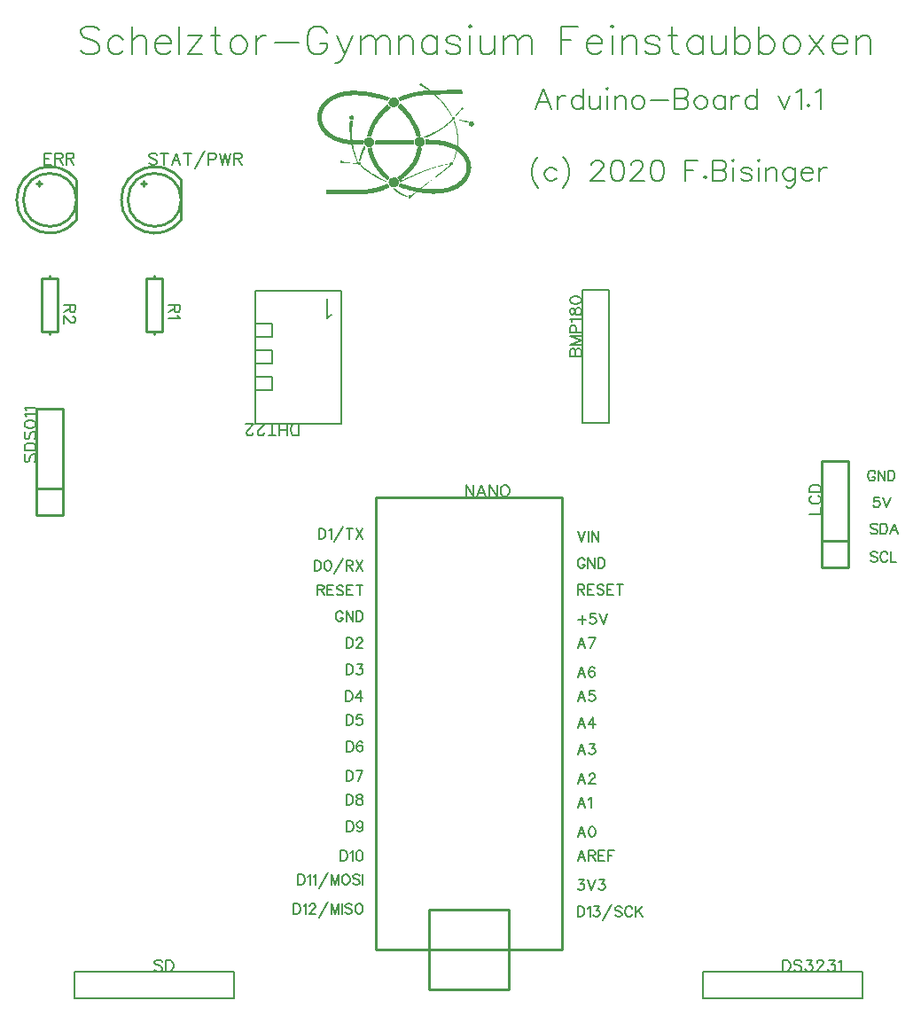
<source format=gto>
G04 Layer: TopSilkLayer*
G04 EasyEDA v6.3.22, 2020-03-31T08:42:04+02:00*
G04 b3c3d6b0667040ab911614f37c22b570,3b99274aeb534a2f9f455a051d55cec3,10*
G04 Gerber Generator version 0.2*
G04 Scale: 100 percent, Rotated: No, Reflected: No *
G04 Dimensions in millimeters *
G04 leading zeros omitted , absolute positions ,3 integer and 3 decimal *
%FSLAX33Y33*%
%MOMM*%
G90*
G71D02*

%ADD10C,0.254000*%
%ADD25C,0.203200*%
%ADD26C,0.202999*%
%ADD27C,0.200000*%
%ADD28C,0.152400*%

%LPD*%

%LPD*%
G36*
G01X42907Y89804D02*
G01X42855Y89807D01*
G01X42803Y89804D01*
G01X42750Y89795D01*
G01X42698Y89780D01*
G01X42647Y89758D01*
G01X42597Y89730D01*
G01X42549Y89696D01*
G01X42503Y89654D01*
G01X42464Y89610D01*
G01X42432Y89564D01*
G01X42406Y89513D01*
G01X42385Y89462D01*
G01X42371Y89408D01*
G01X42363Y89354D01*
G01X42361Y89300D01*
G01X42364Y89246D01*
G01X42373Y89194D01*
G01X42388Y89143D01*
G01X42407Y89095D01*
G01X42433Y89050D01*
G01X42464Y89009D01*
G01X42500Y88973D01*
G01X42542Y88941D01*
G01X42589Y88916D01*
G01X42645Y88893D01*
G01X42701Y88876D01*
G01X42758Y88864D01*
G01X42813Y88859D01*
G01X42868Y88858D01*
G01X42922Y88864D01*
G01X42974Y88875D01*
G01X43025Y88891D01*
G01X43074Y88913D01*
G01X43121Y88940D01*
G01X43165Y88973D01*
G01X43207Y89011D01*
G01X43252Y89058D01*
G01X43287Y89098D01*
G01X43312Y89135D01*
G01X43328Y89171D01*
G01X43337Y89210D01*
G01X43340Y89254D01*
G01X43337Y89307D01*
G01X43330Y89369D01*
G01X43319Y89430D01*
G01X43301Y89487D01*
G01X43279Y89540D01*
G01X43251Y89589D01*
G01X43219Y89633D01*
G01X43183Y89673D01*
G01X43143Y89708D01*
G01X43101Y89737D01*
G01X43055Y89762D01*
G01X43007Y89782D01*
G01X42958Y89796D01*
G01X42907Y89804D01*
G37*

%LPD*%
G36*
G01X45480Y91171D02*
G01X45432Y91172D01*
G01X45391Y91161D01*
G01X45359Y91140D01*
G01X45339Y91110D01*
G01X45324Y91027D01*
G01X45342Y90955D01*
G01X45387Y90903D01*
G01X45453Y90883D01*
G01X45478Y90879D01*
G01X45515Y90866D01*
G01X45562Y90845D01*
G01X45617Y90818D01*
G01X45679Y90786D01*
G01X45746Y90748D01*
G01X45816Y90707D01*
G01X45887Y90662D01*
G01X46232Y90442D01*
G01X46010Y90441D01*
G01X45962Y90440D01*
G01X45912Y90438D01*
G01X45859Y90435D01*
G01X45804Y90431D01*
G01X45747Y90427D01*
G01X45689Y90421D01*
G01X45628Y90415D01*
G01X45567Y90407D01*
G01X45503Y90399D01*
G01X45439Y90390D01*
G01X45373Y90380D01*
G01X45306Y90369D01*
G01X45238Y90358D01*
G01X45170Y90346D01*
G01X45101Y90334D01*
G01X45032Y90321D01*
G01X44962Y90307D01*
G01X44891Y90293D01*
G01X44751Y90263D01*
G01X44611Y90230D01*
G01X44541Y90214D01*
G01X44404Y90179D01*
G01X44336Y90162D01*
G01X44270Y90143D01*
G01X44204Y90125D01*
G01X44140Y90107D01*
G01X44077Y90088D01*
G01X44016Y90069D01*
G01X43956Y90050D01*
G01X43897Y90031D01*
G01X43841Y90011D01*
G01X43787Y89992D01*
G01X43734Y89973D01*
G01X43684Y89953D01*
G01X43636Y89933D01*
G01X43591Y89914D01*
G01X43548Y89895D01*
G01X43449Y89848D01*
G01X43375Y89811D01*
G01X43323Y89781D01*
G01X43290Y89756D01*
G01X43276Y89734D01*
G01X43276Y89711D01*
G01X43290Y89687D01*
G01X43314Y89658D01*
G01X43346Y89619D01*
G01X43371Y89579D01*
G01X43389Y89542D01*
G01X43395Y89514D01*
G01X43399Y89480D01*
G01X43411Y89456D01*
G01X43432Y89442D01*
G01X43464Y89438D01*
G01X43507Y89444D01*
G01X43563Y89461D01*
G01X43632Y89487D01*
G01X43716Y89525D01*
G01X43760Y89544D01*
G01X43807Y89564D01*
G01X43858Y89583D01*
G01X43912Y89604D01*
G01X43969Y89625D01*
G01X44029Y89645D01*
G01X44091Y89666D01*
G01X44156Y89687D01*
G01X44222Y89708D01*
G01X44289Y89729D01*
G01X44427Y89769D01*
G01X44567Y89807D01*
G01X44637Y89825D01*
G01X44706Y89843D01*
G01X44775Y89859D01*
G01X44842Y89875D01*
G01X44908Y89890D01*
G01X44972Y89904D01*
G01X45034Y89916D01*
G01X45093Y89927D01*
G01X45150Y89937D01*
G01X45204Y89945D01*
G01X45241Y89950D01*
G01X45284Y89955D01*
G01X45331Y89961D01*
G01X45383Y89967D01*
G01X45438Y89972D01*
G01X45496Y89978D01*
G01X45558Y89984D01*
G01X45621Y89989D01*
G01X45686Y89995D01*
G01X45753Y90000D01*
G01X45821Y90006D01*
G01X45888Y90010D01*
G01X45955Y90015D01*
G01X46022Y90019D01*
G01X46088Y90023D01*
G01X46151Y90027D01*
G01X46761Y90061D01*
G01X47170Y89636D01*
G01X47202Y89601D01*
G01X47235Y89566D01*
G01X47269Y89529D01*
G01X47303Y89491D01*
G01X47337Y89451D01*
G01X47372Y89411D01*
G01X47407Y89370D01*
G01X47442Y89327D01*
G01X47478Y89284D01*
G01X47514Y89240D01*
G01X47550Y89195D01*
G01X47586Y89149D01*
G01X47622Y89102D01*
G01X47659Y89054D01*
G01X47732Y88957D01*
G01X47805Y88856D01*
G01X47841Y88805D01*
G01X47915Y88701D01*
G01X47951Y88649D01*
G01X47987Y88595D01*
G01X48023Y88542D01*
G01X48059Y88488D01*
G01X48130Y88380D01*
G01X48165Y88325D01*
G01X48234Y88215D01*
G01X48268Y88160D01*
G01X48302Y88104D01*
G01X48337Y88049D01*
G01X48365Y88011D01*
G01X48385Y87987D01*
G01X48400Y87978D01*
G01X48408Y87982D01*
G01X48409Y87999D01*
G01X48404Y88026D01*
G01X48392Y88065D01*
G01X48374Y88113D01*
G01X48350Y88169D01*
G01X48320Y88233D01*
G01X48283Y88304D01*
G01X48261Y88345D01*
G01X48236Y88389D01*
G01X48209Y88435D01*
G01X48180Y88482D01*
G01X48149Y88531D01*
G01X48116Y88582D01*
G01X48082Y88633D01*
G01X48046Y88686D01*
G01X48009Y88740D01*
G01X47971Y88794D01*
G01X47931Y88849D01*
G01X47891Y88905D01*
G01X47850Y88961D01*
G01X47808Y89017D01*
G01X47722Y89129D01*
G01X47634Y89240D01*
G01X47546Y89348D01*
G01X47502Y89401D01*
G01X47458Y89453D01*
G01X47414Y89503D01*
G01X47371Y89552D01*
G01X47328Y89600D01*
G01X47287Y89645D01*
G01X47246Y89689D01*
G01X47205Y89731D01*
G01X46910Y90033D01*
G01X47163Y90063D01*
G01X47187Y90066D01*
G01X47217Y90068D01*
G01X47253Y90071D01*
G01X47294Y90073D01*
G01X47341Y90075D01*
G01X47391Y90077D01*
G01X47447Y90079D01*
G01X47507Y90081D01*
G01X47570Y90083D01*
G01X47636Y90085D01*
G01X47706Y90086D01*
G01X47778Y90088D01*
G01X47930Y90090D01*
G01X48090Y90092D01*
G01X48171Y90093D01*
G01X48253Y90094D01*
G01X48419Y90094D01*
G01X49420Y90095D01*
G01X49405Y90296D01*
G01X49390Y90498D01*
G01X46366Y90486D01*
G01X46039Y90714D01*
G01X45971Y90759D01*
G01X45906Y90801D01*
G01X45845Y90838D01*
G01X45789Y90869D01*
G01X45740Y90893D01*
G01X45699Y90910D01*
G01X45669Y90919D01*
G01X45649Y90919D01*
G01X45623Y90917D01*
G01X45604Y90935D01*
G01X45593Y90971D01*
G01X45589Y91025D01*
G01X45584Y91088D01*
G01X45566Y91130D01*
G01X45532Y91157D01*
G01X45480Y91171D01*
G37*

%LPD*%
G36*
G01X49435Y88851D02*
G01X49377Y88857D01*
G01X49316Y88820D01*
G01X49269Y88745D01*
G01X49255Y88715D01*
G01X49230Y88676D01*
G01X49197Y88629D01*
G01X49157Y88575D01*
G01X49111Y88517D01*
G01X49060Y88456D01*
G01X49006Y88393D01*
G01X48950Y88331D01*
G01X48895Y88271D01*
G01X48843Y88213D01*
G01X48796Y88160D01*
G01X48755Y88112D01*
G01X48722Y88071D01*
G01X48696Y88039D01*
G01X48680Y88015D01*
G01X48675Y88003D01*
G01X48680Y87978D01*
G01X48695Y87971D01*
G01X48721Y87980D01*
G01X48758Y88007D01*
G01X48806Y88052D01*
G01X48865Y88114D01*
G01X48935Y88195D01*
G01X49016Y88294D01*
G01X49071Y88360D01*
G01X49126Y88420D01*
G01X49178Y88475D01*
G01X49227Y88522D01*
G01X49272Y88561D01*
G01X49311Y88590D01*
G01X49343Y88608D01*
G01X49366Y88614D01*
G01X49429Y88629D01*
G01X49471Y88669D01*
G01X49488Y88728D01*
G01X49476Y88799D01*
G01X49435Y88851D01*
G37*

%LPD*%
G36*
G01X38876Y88067D02*
G01X38831Y88072D01*
G01X38786Y88067D01*
G01X38740Y88054D01*
G01X38699Y88035D01*
G01X38668Y88012D01*
G01X38638Y87976D01*
G01X38618Y87936D01*
G01X38608Y87894D01*
G01X38605Y87851D01*
G01X38611Y87809D01*
G01X38624Y87768D01*
G01X38644Y87730D01*
G01X38670Y87696D01*
G01X38703Y87668D01*
G01X38741Y87646D01*
G01X38784Y87632D01*
G01X38831Y87627D01*
G01X38876Y87632D01*
G01X38921Y87645D01*
G01X38963Y87664D01*
G01X38994Y87687D01*
G01X39016Y87718D01*
G01X39036Y87759D01*
G01X39048Y87804D01*
G01X39053Y87850D01*
G01X39048Y87894D01*
G01X39036Y87940D01*
G01X39016Y87981D01*
G01X38994Y88012D01*
G01X38963Y88035D01*
G01X38921Y88054D01*
G01X38876Y88067D01*
G37*

%LPD*%
G36*
G01X48913Y87696D02*
G01X48895Y87697D01*
G01X48885Y87695D01*
G01X48885Y87691D01*
G01X48895Y87684D01*
G01X48912Y87675D01*
G01X48939Y87665D01*
G01X48973Y87652D01*
G01X49016Y87636D01*
G01X49067Y87619D01*
G01X49126Y87599D01*
G01X49193Y87576D01*
G01X49297Y87542D01*
G01X49394Y87511D01*
G01X49483Y87484D01*
G01X49564Y87460D01*
G01X49638Y87440D01*
G01X49705Y87423D01*
G01X49764Y87410D01*
G01X49817Y87400D01*
G01X49863Y87393D01*
G01X49902Y87390D01*
G01X49935Y87390D01*
G01X49961Y87393D01*
G01X49981Y87400D01*
G01X49996Y87410D01*
G01X50004Y87423D01*
G01X50007Y87440D01*
G01X50000Y87459D01*
G01X49981Y87478D01*
G01X49947Y87496D01*
G01X49897Y87515D01*
G01X49831Y87534D01*
G01X49748Y87554D01*
G01X49646Y87575D01*
G01X49526Y87597D01*
G01X49416Y87616D01*
G01X49317Y87634D01*
G01X49228Y87650D01*
G01X49150Y87663D01*
G01X49082Y87674D01*
G01X49026Y87683D01*
G01X48978Y87690D01*
G01X48941Y87694D01*
G01X48913Y87696D01*
G37*

%LPD*%
G36*
G01X50321Y87520D02*
G01X50259Y87531D01*
G01X50198Y87528D01*
G01X50142Y87510D01*
G01X50094Y87479D01*
G01X50058Y87433D01*
G01X50032Y87376D01*
G01X50016Y87321D01*
G01X50010Y87269D01*
G01X50013Y87219D01*
G01X50026Y87173D01*
G01X50049Y87131D01*
G01X50082Y87093D01*
G01X50123Y87060D01*
G01X50170Y87034D01*
G01X50217Y87018D01*
G01X50263Y87010D01*
G01X50306Y87011D01*
G01X50348Y87019D01*
G01X50388Y87033D01*
G01X50423Y87054D01*
G01X50455Y87080D01*
G01X50481Y87111D01*
G01X50503Y87146D01*
G01X50518Y87185D01*
G01X50526Y87226D01*
G01X50527Y87270D01*
G01X50520Y87315D01*
G01X50504Y87361D01*
G01X50478Y87408D01*
G01X50435Y87459D01*
G01X50381Y87496D01*
G01X50321Y87520D01*
G37*

%LPD*%
G36*
G01X43806Y88922D02*
G01X43469Y89254D01*
G01X43367Y89069D01*
G01X43266Y88885D01*
G01X43615Y88516D01*
G01X43662Y88465D01*
G01X43708Y88415D01*
G01X43754Y88364D01*
G01X43799Y88312D01*
G01X43843Y88261D01*
G01X43888Y88208D01*
G01X43931Y88155D01*
G01X43974Y88103D01*
G01X44016Y88049D01*
G01X44057Y87996D01*
G01X44098Y87942D01*
G01X44138Y87888D01*
G01X44177Y87833D01*
G01X44216Y87779D01*
G01X44254Y87724D01*
G01X44328Y87614D01*
G01X44398Y87504D01*
G01X44432Y87449D01*
G01X44465Y87393D01*
G01X44498Y87338D01*
G01X44560Y87228D01*
G01X44590Y87173D01*
G01X44619Y87118D01*
G01X44675Y87008D01*
G01X44700Y86953D01*
G01X44726Y86899D01*
G01X44750Y86844D01*
G01X44774Y86790D01*
G01X44796Y86737D01*
G01X44817Y86683D01*
G01X44838Y86630D01*
G01X44857Y86577D01*
G01X44875Y86524D01*
G01X44892Y86472D01*
G01X44909Y86421D01*
G01X44923Y86369D01*
G01X44961Y86255D01*
G01X45000Y86162D01*
G01X45036Y86100D01*
G01X45065Y86078D01*
G01X45100Y86081D01*
G01X45155Y86084D01*
G01X45220Y86087D01*
G01X45290Y86090D01*
G01X45458Y86098D01*
G01X45385Y86382D01*
G01X45373Y86428D01*
G01X45359Y86476D01*
G01X45344Y86525D01*
G01X45328Y86574D01*
G01X45310Y86624D01*
G01X45292Y86676D01*
G01X45272Y86727D01*
G01X45251Y86779D01*
G01X45229Y86833D01*
G01X45206Y86886D01*
G01X45182Y86940D01*
G01X45157Y86995D01*
G01X45131Y87050D01*
G01X45104Y87105D01*
G01X45076Y87161D01*
G01X45047Y87217D01*
G01X45017Y87273D01*
G01X44986Y87329D01*
G01X44955Y87386D01*
G01X44923Y87443D01*
G01X44890Y87500D01*
G01X44856Y87558D01*
G01X44822Y87614D01*
G01X44787Y87671D01*
G01X44715Y87785D01*
G01X44678Y87842D01*
G01X44640Y87898D01*
G01X44602Y87955D01*
G01X44524Y88067D01*
G01X44484Y88121D01*
G01X44404Y88231D01*
G01X44363Y88285D01*
G01X44279Y88391D01*
G01X44238Y88444D01*
G01X44196Y88495D01*
G01X44153Y88546D01*
G01X44110Y88596D01*
G01X44067Y88645D01*
G01X44024Y88693D01*
G01X43980Y88741D01*
G01X43937Y88787D01*
G01X43893Y88833D01*
G01X43850Y88878D01*
G01X43806Y88922D01*
G37*

%LPD*%
G36*
G01X42258Y89096D02*
G01X42233Y89107D01*
G01X42224Y89103D01*
G01X42206Y89090D01*
G01X42181Y89070D01*
G01X42149Y89042D01*
G01X42110Y89007D01*
G01X42066Y88966D01*
G01X42017Y88920D01*
G01X41963Y88869D01*
G01X41905Y88813D01*
G01X41844Y88754D01*
G01X41781Y88691D01*
G01X41675Y88586D01*
G01X41635Y88543D01*
G01X41593Y88499D01*
G01X41551Y88454D01*
G01X41509Y88408D01*
G01X41425Y88314D01*
G01X41383Y88266D01*
G01X41342Y88218D01*
G01X41302Y88171D01*
G01X41263Y88123D01*
G01X41225Y88077D01*
G01X41188Y88031D01*
G01X41153Y87986D01*
G01X41119Y87943D01*
G01X41087Y87900D01*
G01X41057Y87860D01*
G01X41030Y87821D01*
G01X41005Y87785D01*
G01X40982Y87751D01*
G01X40956Y87709D01*
G01X40930Y87665D01*
G01X40902Y87617D01*
G01X40874Y87566D01*
G01X40845Y87513D01*
G01X40816Y87459D01*
G01X40787Y87402D01*
G01X40758Y87343D01*
G01X40728Y87283D01*
G01X40699Y87222D01*
G01X40670Y87160D01*
G01X40642Y87097D01*
G01X40613Y87034D01*
G01X40585Y86971D01*
G01X40558Y86908D01*
G01X40532Y86845D01*
G01X40506Y86783D01*
G01X40482Y86722D01*
G01X40458Y86662D01*
G01X40436Y86604D01*
G01X40415Y86547D01*
G01X40395Y86492D01*
G01X40377Y86439D01*
G01X40361Y86389D01*
G01X40346Y86341D01*
G01X40333Y86296D01*
G01X40323Y86255D01*
G01X40314Y86216D01*
G01X40299Y86129D01*
G01X40314Y86083D01*
G01X40375Y86065D01*
G01X40501Y86061D01*
G01X40721Y86057D01*
G01X40802Y86378D01*
G01X40815Y86431D01*
G01X40830Y86484D01*
G01X40846Y86538D01*
G01X40882Y86644D01*
G01X40901Y86698D01*
G01X40921Y86751D01*
G01X40943Y86805D01*
G01X40966Y86859D01*
G01X40989Y86912D01*
G01X41014Y86966D01*
G01X41039Y87019D01*
G01X41066Y87073D01*
G01X41094Y87126D01*
G01X41123Y87180D01*
G01X41152Y87233D01*
G01X41214Y87339D01*
G01X41280Y87445D01*
G01X41315Y87497D01*
G01X41350Y87550D01*
G01X41386Y87602D01*
G01X41423Y87654D01*
G01X41461Y87706D01*
G01X41501Y87757D01*
G01X41540Y87809D01*
G01X41622Y87911D01*
G01X41708Y88011D01*
G01X41798Y88111D01*
G01X41843Y88160D01*
G01X41890Y88208D01*
G01X41937Y88257D01*
G01X41985Y88305D01*
G01X42034Y88353D01*
G01X42084Y88400D01*
G01X42135Y88447D01*
G01X42540Y88818D01*
G01X42405Y88963D01*
G01X42350Y89019D01*
G01X42299Y89065D01*
G01X42258Y89096D01*
G37*

%LPD*%
G36*
G01X48594Y87916D02*
G01X48548Y87922D01*
G01X48502Y87920D01*
G01X48463Y87909D01*
G01X48434Y87890D01*
G01X48421Y87862D01*
G01X48417Y87833D01*
G01X48413Y87800D01*
G01X48410Y87767D01*
G01X48407Y87738D01*
G01X48404Y87725D01*
G01X48394Y87707D01*
G01X48379Y87686D01*
G01X48359Y87661D01*
G01X48334Y87633D01*
G01X48304Y87603D01*
G01X48271Y87569D01*
G01X48233Y87534D01*
G01X48192Y87496D01*
G01X48148Y87456D01*
G01X48101Y87415D01*
G01X48051Y87373D01*
G01X47999Y87329D01*
G01X47945Y87285D01*
G01X47889Y87240D01*
G01X47832Y87195D01*
G01X47773Y87150D01*
G01X47714Y87104D01*
G01X47655Y87060D01*
G01X47595Y87017D01*
G01X47536Y86974D01*
G01X47477Y86933D01*
G01X47418Y86893D01*
G01X47361Y86855D01*
G01X47324Y86832D01*
G01X47286Y86807D01*
G01X47246Y86783D01*
G01X47204Y86758D01*
G01X47160Y86733D01*
G01X47115Y86707D01*
G01X47068Y86680D01*
G01X47019Y86654D01*
G01X46970Y86627D01*
G01X46866Y86573D01*
G01X46812Y86545D01*
G01X46700Y86489D01*
G01X46643Y86460D01*
G01X46584Y86432D01*
G01X46524Y86404D01*
G01X46464Y86375D01*
G01X46402Y86346D01*
G01X46340Y86318D01*
G01X46277Y86290D01*
G01X46213Y86261D01*
G01X46148Y86233D01*
G01X46083Y86204D01*
G01X46018Y86176D01*
G01X45885Y86120D01*
G01X45818Y86092D01*
G01X45765Y86067D01*
G01X45738Y86042D01*
G01X45735Y86017D01*
G01X45755Y85988D01*
G01X45769Y85978D01*
G01X45787Y85970D01*
G01X45808Y85965D01*
G01X45834Y85963D01*
G01X45863Y85964D01*
G01X45895Y85968D01*
G01X45930Y85974D01*
G01X45968Y85982D01*
G01X46009Y85993D01*
G01X46053Y86007D01*
G01X46099Y86022D01*
G01X46148Y86040D01*
G01X46199Y86060D01*
G01X46252Y86082D01*
G01X46307Y86106D01*
G01X46364Y86132D01*
G01X46423Y86160D01*
G01X46483Y86189D01*
G01X46544Y86221D01*
G01X46607Y86253D01*
G01X46671Y86287D01*
G01X46736Y86323D01*
G01X46802Y86359D01*
G01X46868Y86397D01*
G01X46935Y86436D01*
G01X47002Y86477D01*
G01X47070Y86518D01*
G01X47137Y86560D01*
G01X47205Y86603D01*
G01X47339Y86691D01*
G01X47406Y86737D01*
G01X47472Y86782D01*
G01X47537Y86828D01*
G01X47601Y86874D01*
G01X47664Y86921D01*
G01X47726Y86968D01*
G01X47786Y87015D01*
G01X47845Y87062D01*
G01X47903Y87108D01*
G01X47958Y87155D01*
G01X48012Y87202D01*
G01X48063Y87248D01*
G01X48113Y87294D01*
G01X48186Y87362D01*
G01X48258Y87425D01*
G01X48327Y87481D01*
G01X48391Y87531D01*
G01X48448Y87571D01*
G01X48498Y87602D01*
G01X48537Y87621D01*
G01X48564Y87627D01*
G01X48637Y87646D01*
G01X48686Y87695D01*
G01X48707Y87766D01*
G01X48692Y87850D01*
G01X48671Y87879D01*
G01X48637Y87901D01*
G01X48594Y87916D01*
G37*

%LPD*%
G36*
G01X44752Y85308D02*
G01X44752Y85753D01*
G01X43124Y85745D01*
G01X43028Y85744D01*
G01X42933Y85743D01*
G01X42839Y85743D01*
G01X42746Y85742D01*
G01X42654Y85741D01*
G01X42563Y85740D01*
G01X42474Y85739D01*
G01X42387Y85738D01*
G01X42301Y85737D01*
G01X42218Y85736D01*
G01X42137Y85735D01*
G01X42058Y85733D01*
G01X41982Y85732D01*
G01X41908Y85731D01*
G01X41838Y85729D01*
G01X41771Y85728D01*
G01X41707Y85726D01*
G01X41646Y85725D01*
G01X41590Y85723D01*
G01X41537Y85721D01*
G01X41488Y85720D01*
G01X41443Y85718D01*
G01X41403Y85716D01*
G01X41367Y85715D01*
G01X41336Y85713D01*
G01X41310Y85711D01*
G01X41289Y85709D01*
G01X41201Y85698D01*
G01X41147Y85688D01*
G01X41107Y85675D01*
G01X41080Y85658D01*
G01X41063Y85633D01*
G01X41053Y85599D01*
G01X41048Y85554D01*
G01X41045Y85494D01*
G01X41040Y85308D01*
G01X44752Y85308D01*
G37*

%LPD*%
G36*
G01X45349Y86026D02*
G01X45298Y86028D01*
G01X45247Y86023D01*
G01X45195Y86012D01*
G01X45143Y85995D01*
G01X45092Y85972D01*
G01X45041Y85943D01*
G01X44996Y85909D01*
G01X44956Y85869D01*
G01X44921Y85827D01*
G01X44891Y85781D01*
G01X44867Y85732D01*
G01X44848Y85681D01*
G01X44835Y85629D01*
G01X44827Y85576D01*
G01X44825Y85523D01*
G01X44829Y85470D01*
G01X44840Y85418D01*
G01X44856Y85368D01*
G01X44879Y85320D01*
G01X44909Y85276D01*
G01X44945Y85234D01*
G01X44984Y85198D01*
G01X45024Y85167D01*
G01X45065Y85141D01*
G01X45106Y85118D01*
G01X45147Y85100D01*
G01X45190Y85087D01*
G01X45232Y85076D01*
G01X45273Y85071D01*
G01X45315Y85068D01*
G01X45356Y85070D01*
G01X45397Y85074D01*
G01X45437Y85083D01*
G01X45476Y85094D01*
G01X45513Y85107D01*
G01X45549Y85124D01*
G01X45584Y85144D01*
G01X45617Y85165D01*
G01X45648Y85190D01*
G01X45677Y85216D01*
G01X45703Y85244D01*
G01X45728Y85275D01*
G01X45749Y85307D01*
G01X45768Y85340D01*
G01X45784Y85375D01*
G01X45797Y85411D01*
G01X45806Y85448D01*
G01X45812Y85487D01*
G01X45814Y85526D01*
G01X45812Y85566D01*
G01X45807Y85606D01*
G01X45797Y85647D01*
G01X45782Y85688D01*
G01X45763Y85729D01*
G01X45740Y85769D01*
G01X45711Y85810D01*
G01X45677Y85851D01*
G01X45635Y85893D01*
G01X45590Y85930D01*
G01X45545Y85961D01*
G01X45498Y85986D01*
G01X45449Y86006D01*
G01X45399Y86019D01*
G01X45349Y86026D01*
G37*

%LPD*%
G36*
G01X40550Y85997D02*
G01X40504Y86000D01*
G01X40458Y85999D01*
G01X40411Y85992D01*
G01X40364Y85982D01*
G01X40318Y85967D01*
G01X40273Y85947D01*
G01X40229Y85921D01*
G01X40185Y85891D01*
G01X40144Y85856D01*
G01X40096Y85807D01*
G01X40058Y85756D01*
G01X40027Y85704D01*
G01X40005Y85651D01*
G01X39991Y85596D01*
G01X39986Y85540D01*
G01X39989Y85484D01*
G01X40000Y85428D01*
G01X40020Y85371D01*
G01X40048Y85315D01*
G01X40085Y85259D01*
G01X40129Y85203D01*
G01X40168Y85165D01*
G01X40208Y85132D01*
G01X40250Y85105D01*
G01X40294Y85083D01*
G01X40339Y85065D01*
G01X40386Y85053D01*
G01X40433Y85045D01*
G01X40479Y85042D01*
G01X40527Y85043D01*
G01X40573Y85050D01*
G01X40619Y85060D01*
G01X40663Y85074D01*
G01X40707Y85092D01*
G01X40748Y85114D01*
G01X40786Y85140D01*
G01X40823Y85169D01*
G01X40856Y85202D01*
G01X40886Y85239D01*
G01X40912Y85278D01*
G01X40935Y85320D01*
G01X40953Y85366D01*
G01X40966Y85414D01*
G01X40974Y85465D01*
G01X40977Y85519D01*
G01X40975Y85572D01*
G01X40967Y85623D01*
G01X40955Y85671D01*
G01X40938Y85716D01*
G01X40917Y85758D01*
G01X40892Y85798D01*
G01X40865Y85834D01*
G01X40834Y85867D01*
G01X40799Y85897D01*
G01X40762Y85923D01*
G01X40723Y85946D01*
G01X40682Y85964D01*
G01X40640Y85979D01*
G01X40595Y85990D01*
G01X40550Y85997D01*
G37*

%LPD*%
G36*
G01X40030Y85132D02*
G01X40008Y85135D01*
G01X39987Y85124D01*
G01X39965Y85096D01*
G01X39938Y85050D01*
G01X39906Y84981D01*
G01X39866Y84891D01*
G01X39848Y84848D01*
G01X39827Y84798D01*
G01X39806Y84741D01*
G01X39783Y84679D01*
G01X39760Y84613D01*
G01X39735Y84544D01*
G01X39711Y84471D01*
G01X39686Y84397D01*
G01X39662Y84323D01*
G01X39638Y84248D01*
G01X39615Y84176D01*
G01X39594Y84105D01*
G01X39573Y84037D01*
G01X39555Y83973D01*
G01X39538Y83913D01*
G01X39524Y83860D01*
G01X39513Y83814D01*
G01X39504Y83775D01*
G01X39499Y83745D01*
G01X39497Y83724D01*
G01X39503Y83707D01*
G01X39518Y83693D01*
G01X39541Y83684D01*
G01X39569Y83680D01*
G01X39587Y83686D01*
G01X39607Y83703D01*
G01X39628Y83732D01*
G01X39649Y83772D01*
G01X39672Y83822D01*
G01X39696Y83884D01*
G01X39721Y83956D01*
G01X39746Y84038D01*
G01X39762Y84089D01*
G01X39779Y84143D01*
G01X39799Y84201D01*
G01X39821Y84260D01*
G01X39844Y84320D01*
G01X39868Y84380D01*
G01X39893Y84439D01*
G01X39918Y84497D01*
G01X39944Y84553D01*
G01X39968Y84606D01*
G01X39992Y84655D01*
G01X40016Y84700D01*
G01X40069Y84798D01*
G01X40108Y84874D01*
G01X40134Y84931D01*
G01X40147Y84974D01*
G01X40147Y85007D01*
G01X40137Y85034D01*
G01X40116Y85060D01*
G01X40086Y85089D01*
G01X40055Y85116D01*
G01X40030Y85132D01*
G37*

%LPD*%
G36*
G01X39041Y90420D02*
G01X38983Y90420D01*
G01X38926Y90419D01*
G01X38869Y90419D01*
G01X38813Y90417D01*
G01X38758Y90415D01*
G01X38704Y90413D01*
G01X38650Y90409D01*
G01X38597Y90406D01*
G01X38495Y90398D01*
G01X38445Y90393D01*
G01X38396Y90387D01*
G01X38348Y90381D01*
G01X38301Y90374D01*
G01X38255Y90367D01*
G01X38183Y90355D01*
G01X38112Y90342D01*
G01X38042Y90328D01*
G01X37971Y90313D01*
G01X37835Y90281D01*
G01X37768Y90264D01*
G01X37701Y90245D01*
G01X37636Y90227D01*
G01X37572Y90207D01*
G01X37508Y90186D01*
G01X37445Y90165D01*
G01X37383Y90143D01*
G01X37322Y90120D01*
G01X37262Y90097D01*
G01X37203Y90073D01*
G01X37144Y90047D01*
G01X37087Y90022D01*
G01X37031Y89995D01*
G01X36975Y89969D01*
G01X36920Y89941D01*
G01X36814Y89883D01*
G01X36762Y89853D01*
G01X36662Y89791D01*
G01X36566Y89727D01*
G01X36519Y89694D01*
G01X36473Y89660D01*
G01X36428Y89626D01*
G01X36384Y89591D01*
G01X36300Y89519D01*
G01X36220Y89445D01*
G01X36144Y89369D01*
G01X36108Y89329D01*
G01X36073Y89290D01*
G01X36039Y89250D01*
G01X36006Y89210D01*
G01X35974Y89168D01*
G01X35943Y89127D01*
G01X35913Y89085D01*
G01X35884Y89042D01*
G01X35857Y88999D01*
G01X35830Y88955D01*
G01X35805Y88911D01*
G01X35781Y88867D01*
G01X35758Y88821D01*
G01X35736Y88776D01*
G01X35715Y88730D01*
G01X35696Y88684D01*
G01X35678Y88637D01*
G01X35661Y88590D01*
G01X35645Y88543D01*
G01X35630Y88494D01*
G01X35616Y88446D01*
G01X35604Y88397D01*
G01X35594Y88348D01*
G01X35583Y88299D01*
G01X35575Y88249D01*
G01X35568Y88199D01*
G01X35562Y88148D01*
G01X35557Y88097D01*
G01X35553Y88046D01*
G01X35551Y87994D01*
G01X35550Y87943D01*
G01X35550Y87890D01*
G01X35552Y87838D01*
G01X35555Y87785D01*
G01X35565Y87679D01*
G01X35572Y87626D01*
G01X35580Y87572D01*
G01X35589Y87517D01*
G01X35600Y87464D01*
G01X35612Y87409D01*
G01X35626Y87354D01*
G01X35640Y87303D01*
G01X35656Y87252D01*
G01X35672Y87202D01*
G01X35690Y87153D01*
G01X35709Y87103D01*
G01X35730Y87054D01*
G01X35752Y87006D01*
G01X35775Y86958D01*
G01X35800Y86910D01*
G01X35825Y86863D01*
G01X35852Y86816D01*
G01X35881Y86770D01*
G01X35910Y86725D01*
G01X35940Y86680D01*
G01X35971Y86635D01*
G01X36005Y86591D01*
G01X36039Y86548D01*
G01X36074Y86504D01*
G01X36110Y86462D01*
G01X36147Y86421D01*
G01X36185Y86380D01*
G01X36224Y86339D01*
G01X36265Y86299D01*
G01X36306Y86260D01*
G01X36349Y86221D01*
G01X36437Y86145D01*
G01X36529Y86073D01*
G01X36576Y86037D01*
G01X36674Y85969D01*
G01X36724Y85935D01*
G01X36775Y85903D01*
G01X36827Y85871D01*
G01X36880Y85840D01*
G01X36988Y85780D01*
G01X37043Y85751D01*
G01X37099Y85723D01*
G01X37156Y85696D01*
G01X37272Y85644D01*
G01X37331Y85620D01*
G01X37391Y85596D01*
G01X37452Y85573D01*
G01X37514Y85550D01*
G01X37576Y85529D01*
G01X37638Y85509D01*
G01X37702Y85489D01*
G01X37766Y85471D01*
G01X37831Y85453D01*
G01X37896Y85437D01*
G01X37962Y85420D01*
G01X38028Y85406D01*
G01X38095Y85392D01*
G01X38163Y85379D01*
G01X38231Y85367D01*
G01X38300Y85356D01*
G01X38369Y85346D01*
G01X38506Y85327D01*
G01X38612Y85310D01*
G01X38691Y85293D01*
G01X38747Y85276D01*
G01X38786Y85256D01*
G01X38811Y85231D01*
G01X38827Y85200D01*
G01X38838Y85161D01*
G01X38852Y85098D01*
G01X38869Y85032D01*
G01X38887Y84963D01*
G01X38906Y84892D01*
G01X38927Y84819D01*
G01X38948Y84745D01*
G01X38971Y84670D01*
G01X38994Y84594D01*
G01X39018Y84519D01*
G01X39043Y84443D01*
G01X39068Y84368D01*
G01X39093Y84295D01*
G01X39118Y84223D01*
G01X39143Y84153D01*
G01X39168Y84085D01*
G01X39192Y84020D01*
G01X39216Y83959D01*
G01X39239Y83900D01*
G01X39261Y83847D01*
G01X39283Y83797D01*
G01X39303Y83752D01*
G01X39322Y83713D01*
G01X39339Y83678D01*
G01X39355Y83651D01*
G01X39370Y83629D01*
G01X39382Y83614D01*
G01X39392Y83607D01*
G01X39400Y83607D01*
G01X39406Y83619D01*
G01X39407Y83643D01*
G01X39402Y83678D01*
G01X39392Y83723D01*
G01X39379Y83776D01*
G01X39361Y83834D01*
G01X39340Y83898D01*
G01X39315Y83965D01*
G01X39295Y84017D01*
G01X39275Y84072D01*
G01X39235Y84186D01*
G01X39216Y84245D01*
G01X39196Y84306D01*
G01X39158Y84428D01*
G01X39104Y84614D01*
G01X39088Y84675D01*
G01X39071Y84736D01*
G01X39056Y84796D01*
G01X39041Y84854D01*
G01X39028Y84911D01*
G01X39015Y84967D01*
G01X39004Y85020D01*
G01X38993Y85071D01*
G01X38984Y85121D01*
G01X38951Y85303D01*
G01X39137Y85295D01*
G01X39182Y85293D01*
G01X39234Y85293D01*
G01X39295Y85292D01*
G01X39360Y85292D01*
G01X39428Y85293D01*
G01X39498Y85294D01*
G01X39567Y85296D01*
G01X39633Y85297D01*
G01X39941Y85308D01*
G01X39941Y85730D01*
G01X38913Y85692D01*
G01X38878Y85973D01*
G01X38875Y86009D01*
G01X38871Y86050D01*
G01X38869Y86097D01*
G01X38867Y86148D01*
G01X38866Y86203D01*
G01X38865Y86263D01*
G01X38865Y86325D01*
G01X38866Y86390D01*
G01X38867Y86457D01*
G01X38869Y86525D01*
G01X38871Y86595D01*
G01X38873Y86667D01*
G01X38876Y86738D01*
G01X38884Y86880D01*
G01X38888Y86949D01*
G01X38893Y87017D01*
G01X38899Y87083D01*
G01X38904Y87147D01*
G01X38910Y87208D01*
G01X38916Y87265D01*
G01X38922Y87318D01*
G01X38929Y87367D01*
G01X38936Y87411D01*
G01X38947Y87496D01*
G01X38935Y87545D01*
G01X38894Y87571D01*
G01X38814Y87588D01*
G01X38665Y87609D01*
G01X38631Y87246D01*
G01X38626Y87196D01*
G01X38620Y87102D01*
G01X38617Y87057D01*
G01X38615Y87012D01*
G01X38614Y86966D01*
G01X38614Y86920D01*
G01X38615Y86873D01*
G01X38616Y86823D01*
G01X38618Y86772D01*
G01X38621Y86717D01*
G01X38625Y86659D01*
G01X38629Y86597D01*
G01X38635Y86531D01*
G01X38642Y86459D01*
G01X38649Y86383D01*
G01X38658Y86300D01*
G01X38667Y86211D01*
G01X38678Y86115D01*
G01X38689Y86011D01*
G01X38719Y85753D01*
G01X38549Y85753D01*
G01X38506Y85754D01*
G01X38459Y85758D01*
G01X38407Y85764D01*
G01X38351Y85772D01*
G01X38292Y85783D01*
G01X38230Y85795D01*
G01X38164Y85810D01*
G01X38096Y85826D01*
G01X38026Y85844D01*
G01X37955Y85864D01*
G01X37883Y85885D01*
G01X37809Y85907D01*
G01X37736Y85930D01*
G01X37663Y85955D01*
G01X37590Y85981D01*
G01X37518Y86007D01*
G01X37448Y86035D01*
G01X37379Y86063D01*
G01X37313Y86090D01*
G01X37249Y86119D01*
G01X37195Y86145D01*
G01X37141Y86173D01*
G01X37088Y86202D01*
G01X37035Y86233D01*
G01X36982Y86266D01*
G01X36931Y86300D01*
G01X36879Y86336D01*
G01X36828Y86373D01*
G01X36778Y86412D01*
G01X36729Y86451D01*
G01X36681Y86491D01*
G01X36634Y86533D01*
G01X36588Y86576D01*
G01X36543Y86619D01*
G01X36500Y86663D01*
G01X36458Y86708D01*
G01X36417Y86753D01*
G01X36378Y86799D01*
G01X36340Y86845D01*
G01X36305Y86891D01*
G01X36271Y86938D01*
G01X36239Y86985D01*
G01X36209Y87032D01*
G01X36181Y87079D01*
G01X36155Y87125D01*
G01X36132Y87171D01*
G01X36111Y87218D01*
G01X36092Y87263D01*
G01X36072Y87321D01*
G01X36053Y87381D01*
G01X36036Y87442D01*
G01X36022Y87504D01*
G01X36010Y87567D01*
G01X35999Y87631D01*
G01X35991Y87695D01*
G01X35985Y87760D01*
G01X35982Y87825D01*
G01X35980Y87891D01*
G01X35980Y87956D01*
G01X35983Y88020D01*
G01X35988Y88084D01*
G01X35994Y88148D01*
G01X36003Y88210D01*
G01X36014Y88271D01*
G01X36027Y88331D01*
G01X36043Y88389D01*
G01X36060Y88446D01*
G01X36080Y88500D01*
G01X36100Y88549D01*
G01X36122Y88598D01*
G01X36145Y88646D01*
G01X36170Y88694D01*
G01X36197Y88741D01*
G01X36224Y88787D01*
G01X36254Y88833D01*
G01X36285Y88878D01*
G01X36318Y88922D01*
G01X36352Y88966D01*
G01X36388Y89008D01*
G01X36425Y89051D01*
G01X36463Y89092D01*
G01X36503Y89132D01*
G01X36544Y89172D01*
G01X36587Y89212D01*
G01X36631Y89250D01*
G01X36676Y89287D01*
G01X36722Y89324D01*
G01X36771Y89360D01*
G01X36820Y89395D01*
G01X36870Y89429D01*
G01X36922Y89463D01*
G01X36975Y89495D01*
G01X37029Y89527D01*
G01X37141Y89587D01*
G01X37198Y89616D01*
G01X37257Y89644D01*
G01X37317Y89671D01*
G01X37378Y89697D01*
G01X37440Y89722D01*
G01X37504Y89746D01*
G01X37568Y89769D01*
G01X37633Y89791D01*
G01X37699Y89812D01*
G01X37766Y89832D01*
G01X37835Y89851D01*
G01X37904Y89869D01*
G01X37974Y89886D01*
G01X38045Y89902D01*
G01X38117Y89917D01*
G01X38190Y89930D01*
G01X38264Y89943D01*
G01X38309Y89950D01*
G01X38360Y89956D01*
G01X38412Y89962D01*
G01X38469Y89968D01*
G01X38529Y89973D01*
G01X38591Y89977D01*
G01X38655Y89981D01*
G01X38722Y89984D01*
G01X38791Y89987D01*
G01X38933Y89991D01*
G01X39006Y89992D01*
G01X39080Y89993D01*
G01X39231Y89993D01*
G01X39307Y89992D01*
G01X39382Y89991D01*
G01X39532Y89987D01*
G01X39606Y89985D01*
G01X39679Y89981D01*
G01X39751Y89978D01*
G01X39821Y89973D01*
G01X39889Y89969D01*
G01X39955Y89963D01*
G01X40019Y89957D01*
G01X40081Y89951D01*
G01X40140Y89944D01*
G01X40178Y89939D01*
G01X40221Y89932D01*
G01X40271Y89924D01*
G01X40325Y89915D01*
G01X40383Y89904D01*
G01X40446Y89892D01*
G01X40514Y89879D01*
G01X40584Y89864D01*
G01X40657Y89849D01*
G01X40732Y89833D01*
G01X40810Y89817D01*
G01X40889Y89800D01*
G01X40970Y89783D01*
G01X41051Y89764D01*
G01X41133Y89746D01*
G01X41214Y89728D01*
G01X41376Y89690D01*
G01X41454Y89671D01*
G01X41532Y89653D01*
G01X41607Y89635D01*
G01X41679Y89617D01*
G01X41748Y89600D01*
G01X41815Y89583D01*
G01X41876Y89567D01*
G01X41934Y89551D01*
G01X41987Y89537D01*
G01X42035Y89524D01*
G01X42078Y89511D01*
G01X42114Y89500D01*
G01X42144Y89489D01*
G01X42167Y89480D01*
G01X42210Y89475D01*
G01X42252Y89496D01*
G01X42298Y89544D01*
G01X42350Y89622D01*
G01X42453Y89796D01*
G01X41974Y89946D01*
G01X41911Y89965D01*
G01X41847Y89985D01*
G01X41783Y90004D01*
G01X41653Y90040D01*
G01X41588Y90057D01*
G01X41523Y90075D01*
G01X41457Y90092D01*
G01X41390Y90108D01*
G01X41324Y90124D01*
G01X41257Y90140D01*
G01X41191Y90155D01*
G01X41124Y90170D01*
G01X41056Y90185D01*
G01X40989Y90199D01*
G01X40921Y90213D01*
G01X40854Y90226D01*
G01X40719Y90251D01*
G01X40584Y90275D01*
G01X40516Y90286D01*
G01X40449Y90297D01*
G01X40381Y90307D01*
G01X40247Y90327D01*
G01X40181Y90336D01*
G01X40114Y90344D01*
G01X40048Y90353D01*
G01X39916Y90367D01*
G01X39786Y90381D01*
G01X39657Y90392D01*
G01X39593Y90397D01*
G01X39529Y90401D01*
G01X39466Y90405D01*
G01X39404Y90408D01*
G01X39342Y90412D01*
G01X39220Y90416D01*
G01X39160Y90418D01*
G01X39100Y90419D01*
G01X39041Y90420D01*
G37*

%LPD*%
G36*
G01X37872Y83772D02*
G01X37826Y83779D01*
G01X37774Y83772D01*
G01X37742Y83749D01*
G01X37725Y83704D01*
G01X37721Y83631D01*
G01X37725Y83555D01*
G01X37743Y83510D01*
G01X37781Y83488D01*
G01X37844Y83483D01*
G01X37892Y83486D01*
G01X37931Y83494D01*
G01X37958Y83506D01*
G01X37967Y83521D01*
G01X37974Y83527D01*
G01X37994Y83532D01*
G01X38025Y83534D01*
G01X38066Y83536D01*
G01X38118Y83535D01*
G01X38177Y83533D01*
G01X38244Y83530D01*
G01X38317Y83526D01*
G01X38395Y83520D01*
G01X38477Y83514D01*
G01X38562Y83507D01*
G01X38736Y83491D01*
G01X38823Y83481D01*
G01X38908Y83472D01*
G01X38991Y83462D01*
G01X39070Y83451D01*
G01X39144Y83441D01*
G01X39213Y83431D01*
G01X39274Y83420D01*
G01X39327Y83410D01*
G01X39371Y83400D01*
G01X39405Y83390D01*
G01X39427Y83382D01*
G01X39480Y83358D01*
G01X39530Y83347D01*
G01X39575Y83345D01*
G01X39614Y83354D01*
G01X39647Y83373D01*
G01X39673Y83401D01*
G01X39689Y83438D01*
G01X39694Y83483D01*
G01X39689Y83528D01*
G01X39673Y83565D01*
G01X39647Y83593D01*
G01X39613Y83611D01*
G01X39573Y83620D01*
G01X39526Y83618D01*
G01X39475Y83604D01*
G01X39421Y83580D01*
G01X39393Y83569D01*
G01X39357Y83560D01*
G01X39312Y83553D01*
G01X39259Y83547D01*
G01X39199Y83544D01*
G01X39134Y83542D01*
G01X39064Y83541D01*
G01X38990Y83542D01*
G01X38913Y83544D01*
G01X38834Y83548D01*
G01X38753Y83552D01*
G01X38591Y83566D01*
G01X38512Y83574D01*
G01X38435Y83583D01*
G01X38361Y83593D01*
G01X38292Y83604D01*
G01X38227Y83615D01*
G01X38168Y83627D01*
G01X38115Y83640D01*
G01X38071Y83654D01*
G01X38035Y83667D01*
G01X38009Y83682D01*
G01X37992Y83696D01*
G01X37960Y83728D01*
G01X37919Y83754D01*
G01X37872Y83772D01*
G37*

%LPD*%
G36*
G01X40751Y84986D02*
G01X40735Y85004D01*
G01X40709Y84999D01*
G01X40660Y84993D01*
G01X40595Y84985D01*
G01X40521Y84976D01*
G01X40443Y84964D01*
G01X40385Y84944D01*
G01X40348Y84919D01*
G01X40336Y84889D01*
G01X40337Y84864D01*
G01X40341Y84834D01*
G01X40348Y84799D01*
G01X40357Y84759D01*
G01X40369Y84714D01*
G01X40382Y84666D01*
G01X40398Y84613D01*
G01X40415Y84558D01*
G01X40434Y84499D01*
G01X40455Y84439D01*
G01X40477Y84376D01*
G01X40500Y84312D01*
G01X40524Y84246D01*
G01X40550Y84180D01*
G01X40575Y84114D01*
G01X40602Y84047D01*
G01X40629Y83981D01*
G01X40656Y83916D01*
G01X40684Y83852D01*
G01X40711Y83790D01*
G01X40739Y83730D01*
G01X40766Y83673D01*
G01X40792Y83619D01*
G01X40819Y83568D01*
G01X40843Y83522D01*
G01X40871Y83473D01*
G01X40900Y83422D01*
G01X40931Y83369D01*
G01X40964Y83315D01*
G01X40998Y83259D01*
G01X41034Y83204D01*
G01X41106Y83092D01*
G01X41143Y83038D01*
G01X41181Y82984D01*
G01X41217Y82932D01*
G01X41253Y82882D01*
G01X41289Y82834D01*
G01X41323Y82789D01*
G01X41355Y82747D01*
G01X41400Y82691D01*
G01X41448Y82636D01*
G01X41496Y82580D01*
G01X41546Y82524D01*
G01X41597Y82468D01*
G01X41699Y82360D01*
G01X41750Y82308D01*
G01X41801Y82257D01*
G01X41851Y82209D01*
G01X41900Y82162D01*
G01X41948Y82118D01*
G01X41993Y82077D01*
G01X42038Y82039D01*
G01X42079Y82005D01*
G01X42118Y81974D01*
G01X42154Y81946D01*
G01X42187Y81923D01*
G01X42216Y81905D01*
G01X42241Y81891D01*
G01X42262Y81883D01*
G01X42279Y81880D01*
G01X42291Y81883D01*
G01X42297Y81891D01*
G01X42312Y81923D01*
G01X42336Y81965D01*
G01X42368Y82012D01*
G01X42403Y82057D01*
G01X42422Y82082D01*
G01X42436Y82104D01*
G01X42444Y82126D01*
G01X42445Y82148D01*
G01X42438Y82175D01*
G01X42421Y82205D01*
G01X42394Y82243D01*
G01X42355Y82289D01*
G01X42304Y82344D01*
G01X42238Y82412D01*
G01X42158Y82492D01*
G01X42017Y82634D01*
G01X41971Y82680D01*
G01X41925Y82729D01*
G01X41880Y82778D01*
G01X41833Y82828D01*
G01X41788Y82878D01*
G01X41743Y82929D01*
G01X41699Y82979D01*
G01X41657Y83028D01*
G01X41617Y83076D01*
G01X41578Y83123D01*
G01X41542Y83167D01*
G01X41509Y83210D01*
G01X41452Y83286D01*
G01X41429Y83320D01*
G01X41400Y83364D01*
G01X41371Y83412D01*
G01X41341Y83462D01*
G01X41311Y83515D01*
G01X41281Y83570D01*
G01X41251Y83627D01*
G01X41221Y83686D01*
G01X41191Y83747D01*
G01X41162Y83809D01*
G01X41132Y83872D01*
G01X41076Y84000D01*
G01X41049Y84065D01*
G01X40997Y84195D01*
G01X40949Y84323D01*
G01X40928Y84387D01*
G01X40907Y84449D01*
G01X40887Y84510D01*
G01X40853Y84626D01*
G01X40839Y84682D01*
G01X40826Y84735D01*
G01X40800Y84842D01*
G01X40774Y84929D01*
G01X40751Y84986D01*
G37*

%LPD*%
G36*
G01X39722Y83334D02*
G01X39696Y83340D01*
G01X39677Y83338D01*
G01X39665Y83327D01*
G01X39661Y83315D01*
G01X39661Y83301D01*
G01X39665Y83284D01*
G01X39673Y83265D01*
G01X39685Y83245D01*
G01X39701Y83222D01*
G01X39721Y83197D01*
G01X39744Y83171D01*
G01X39770Y83144D01*
G01X39800Y83114D01*
G01X39833Y83083D01*
G01X39869Y83051D01*
G01X39908Y83017D01*
G01X39950Y82982D01*
G01X39994Y82946D01*
G01X40041Y82909D01*
G01X40090Y82871D01*
G01X40141Y82833D01*
G01X40194Y82793D01*
G01X40250Y82753D01*
G01X40307Y82713D01*
G01X40366Y82672D01*
G01X40426Y82631D01*
G01X40488Y82589D01*
G01X40551Y82548D01*
G01X40615Y82506D01*
G01X40679Y82465D01*
G01X40745Y82423D01*
G01X40879Y82341D01*
G01X40946Y82301D01*
G01X41082Y82223D01*
G01X41151Y82184D01*
G01X41219Y82146D01*
G01X41287Y82110D01*
G01X41354Y82074D01*
G01X41421Y82040D01*
G01X41487Y82007D01*
G01X41553Y81975D01*
G01X41629Y81939D01*
G01X41703Y81904D01*
G01X41774Y81871D01*
G01X41842Y81840D01*
G01X41905Y81811D01*
G01X41963Y81785D01*
G01X42015Y81762D01*
G01X42061Y81743D01*
G01X42099Y81728D01*
G01X42129Y81716D01*
G01X42150Y81709D01*
G01X42162Y81706D01*
G01X42190Y81708D01*
G01X42207Y81714D01*
G01X42213Y81724D01*
G01X42208Y81737D01*
G01X42192Y81755D01*
G01X42166Y81777D01*
G01X42128Y81801D01*
G01X42080Y81830D01*
G01X42020Y81863D01*
G01X41950Y81900D01*
G01X41869Y81941D01*
G01X41777Y81985D01*
G01X41737Y82005D01*
G01X41694Y82026D01*
G01X41650Y82049D01*
G01X41603Y82074D01*
G01X41555Y82100D01*
G01X41506Y82128D01*
G01X41455Y82157D01*
G01X41403Y82186D01*
G01X41349Y82217D01*
G01X41295Y82249D01*
G01X41239Y82282D01*
G01X41184Y82316D01*
G01X41070Y82386D01*
G01X41012Y82422D01*
G01X40955Y82459D01*
G01X40839Y82533D01*
G01X40724Y82608D01*
G01X40667Y82646D01*
G01X40612Y82684D01*
G01X40556Y82722D01*
G01X40501Y82760D01*
G01X40447Y82797D01*
G01X40395Y82834D01*
G01X40343Y82870D01*
G01X40293Y82906D01*
G01X40244Y82942D01*
G01X40198Y82977D01*
G01X40152Y83011D01*
G01X40109Y83044D01*
G01X40067Y83076D01*
G01X40028Y83108D01*
G01X39991Y83138D01*
G01X39957Y83167D01*
G01X39895Y83219D01*
G01X39840Y83261D01*
G01X39794Y83294D01*
G01X39754Y83319D01*
G01X39722Y83334D01*
G37*

%LPD*%
G36*
G01X45290Y85025D02*
G01X45088Y85050D01*
G01X45029Y84731D01*
G01X45018Y84675D01*
G01X45007Y84620D01*
G01X44995Y84565D01*
G01X44982Y84512D01*
G01X44970Y84459D01*
G01X44956Y84407D01*
G01X44926Y84305D01*
G01X44910Y84255D01*
G01X44893Y84205D01*
G01X44876Y84156D01*
G01X44858Y84107D01*
G01X44839Y84059D01*
G01X44818Y84011D01*
G01X44776Y83917D01*
G01X44753Y83869D01*
G01X44728Y83823D01*
G01X44704Y83777D01*
G01X44678Y83730D01*
G01X44651Y83684D01*
G01X44593Y83592D01*
G01X44562Y83545D01*
G01X44531Y83499D01*
G01X44498Y83453D01*
G01X44464Y83407D01*
G01X44428Y83360D01*
G01X44391Y83313D01*
G01X44353Y83265D01*
G01X44314Y83218D01*
G01X44273Y83170D01*
G01X44231Y83122D01*
G01X44141Y83024D01*
G01X44094Y82974D01*
G01X44046Y82924D01*
G01X43996Y82873D01*
G01X43945Y82822D01*
G01X43892Y82770D01*
G01X43837Y82716D01*
G01X43781Y82663D01*
G01X43723Y82608D01*
G01X43663Y82553D01*
G01X43601Y82496D01*
G01X43538Y82439D01*
G01X43473Y82381D01*
G01X43406Y82322D01*
G01X43194Y82136D01*
G01X43291Y82032D01*
G01X43331Y81982D01*
G01X43369Y81920D01*
G01X43400Y81857D01*
G01X43420Y81798D01*
G01X43452Y81667D01*
G01X44250Y82052D01*
G01X44382Y82116D01*
G01X44447Y82146D01*
G01X44511Y82177D01*
G01X44639Y82237D01*
G01X44702Y82266D01*
G01X44764Y82295D01*
G01X44827Y82323D01*
G01X44888Y82351D01*
G01X45011Y82405D01*
G01X45132Y82458D01*
G01X45252Y82510D01*
G01X45311Y82534D01*
G01X45429Y82584D01*
G01X45487Y82608D01*
G01X45545Y82631D01*
G01X45603Y82655D01*
G01X45661Y82678D01*
G01X45776Y82722D01*
G01X45890Y82766D01*
G01X45947Y82787D01*
G01X46003Y82808D01*
G01X46116Y82849D01*
G01X46228Y82889D01*
G01X46284Y82908D01*
G01X46339Y82927D01*
G01X46451Y82965D01*
G01X46507Y82983D01*
G01X46562Y83001D01*
G01X46618Y83019D01*
G01X46674Y83036D01*
G01X46729Y83054D01*
G01X46785Y83070D01*
G01X46841Y83087D01*
G01X47008Y83136D01*
G01X47065Y83152D01*
G01X47121Y83167D01*
G01X47233Y83198D01*
G01X47290Y83213D01*
G01X47347Y83227D01*
G01X47404Y83242D01*
G01X47461Y83256D01*
G01X47518Y83271D01*
G01X47631Y83299D01*
G01X47737Y83326D01*
G01X47833Y83353D01*
G01X47917Y83377D01*
G01X47986Y83399D01*
G01X48038Y83417D01*
G01X48071Y83431D01*
G01X48082Y83441D01*
G01X48078Y83446D01*
G01X48066Y83448D01*
G01X48046Y83449D01*
G01X48019Y83447D01*
G01X47986Y83444D01*
G01X47946Y83438D01*
G01X47900Y83430D01*
G01X47849Y83421D01*
G01X47793Y83410D01*
G01X47732Y83398D01*
G01X47668Y83383D01*
G01X47600Y83368D01*
G01X47528Y83352D01*
G01X47454Y83334D01*
G01X47378Y83316D01*
G01X47220Y83276D01*
G01X47139Y83255D01*
G01X46977Y83211D01*
G01X46897Y83189D01*
G01X46817Y83166D01*
G01X46738Y83144D01*
G01X46661Y83121D01*
G01X46587Y83098D01*
G01X46515Y83075D01*
G01X46445Y83053D01*
G01X46380Y83031D01*
G01X46329Y83014D01*
G01X46277Y82995D01*
G01X46224Y82977D01*
G01X46172Y82958D01*
G01X46118Y82939D01*
G01X46010Y82899D01*
G01X45955Y82879D01*
G01X45843Y82837D01*
G01X45787Y82815D01*
G01X45731Y82794D01*
G01X45673Y82772D01*
G01X45616Y82749D01*
G01X45442Y82680D01*
G01X45324Y82632D01*
G01X45205Y82583D01*
G01X45145Y82558D01*
G01X45026Y82508D01*
G01X44904Y82456D01*
G01X44844Y82430D01*
G01X44783Y82404D01*
G01X44661Y82350D01*
G01X44599Y82323D01*
G01X44538Y82296D01*
G01X44415Y82241D01*
G01X44293Y82185D01*
G01X44231Y82157D01*
G01X44170Y82128D01*
G01X44047Y82071D01*
G01X43970Y82035D01*
G01X43896Y82001D01*
G01X43825Y81968D01*
G01X43759Y81938D01*
G01X43698Y81911D01*
G01X43642Y81886D01*
G01X43593Y81865D01*
G01X43550Y81847D01*
G01X43515Y81833D01*
G01X43489Y81823D01*
G01X43473Y81818D01*
G01X43466Y81817D01*
G01X43468Y81823D01*
G01X43480Y81836D01*
G01X43499Y81856D01*
G01X43526Y81883D01*
G01X43560Y81915D01*
G01X43601Y81953D01*
G01X43646Y81996D01*
G01X43698Y82043D01*
G01X43754Y82095D01*
G01X43813Y82148D01*
G01X43877Y82205D01*
G01X43943Y82264D01*
G01X44002Y82317D01*
G01X44060Y82369D01*
G01X44116Y82421D01*
G01X44171Y82473D01*
G01X44225Y82525D01*
G01X44278Y82577D01*
G01X44330Y82629D01*
G01X44380Y82680D01*
G01X44429Y82732D01*
G01X44477Y82783D01*
G01X44524Y82835D01*
G01X44570Y82886D01*
G01X44614Y82937D01*
G01X44658Y82989D01*
G01X44700Y83040D01*
G01X44741Y83091D01*
G01X44781Y83142D01*
G01X44820Y83193D01*
G01X44857Y83245D01*
G01X44894Y83296D01*
G01X44930Y83347D01*
G01X44998Y83449D01*
G01X45030Y83501D01*
G01X45061Y83552D01*
G01X45091Y83604D01*
G01X45120Y83656D01*
G01X45147Y83707D01*
G01X45174Y83759D01*
G01X45200Y83811D01*
G01X45225Y83863D01*
G01X45249Y83915D01*
G01X45293Y84019D01*
G01X45314Y84072D01*
G01X45333Y84125D01*
G01X45352Y84177D01*
G01X45369Y84231D01*
G01X45386Y84284D01*
G01X45402Y84337D01*
G01X45417Y84391D01*
G01X45443Y84499D01*
G01X45455Y84553D01*
G01X45471Y84635D01*
G01X45485Y84712D01*
G01X45498Y84783D01*
G01X45507Y84845D01*
G01X45514Y84898D01*
G01X45517Y84938D01*
G01X45518Y84966D01*
G01X45515Y84978D01*
G01X45490Y84988D01*
G01X45440Y85000D01*
G01X45370Y85013D01*
G01X45290Y85025D01*
G37*

%LPD*%
G36*
G01X42920Y82146D02*
G01X42868Y82147D01*
G01X42787Y82142D01*
G01X42704Y82130D01*
G01X42630Y82113D01*
G01X42574Y82093D01*
G01X42530Y82067D01*
G01X42491Y82036D01*
G01X42457Y81999D01*
G01X42428Y81957D01*
G01X42404Y81912D01*
G01X42385Y81864D01*
G01X42372Y81814D01*
G01X42364Y81761D01*
G01X42362Y81707D01*
G01X42365Y81653D01*
G01X42373Y81599D01*
G01X42388Y81546D01*
G01X42408Y81495D01*
G01X42434Y81446D01*
G01X42465Y81400D01*
G01X42503Y81357D01*
G01X42549Y81316D01*
G01X42597Y81281D01*
G01X42647Y81253D01*
G01X42698Y81231D01*
G01X42750Y81216D01*
G01X42803Y81208D01*
G01X42855Y81205D01*
G01X42907Y81207D01*
G01X42958Y81216D01*
G01X43007Y81229D01*
G01X43055Y81249D01*
G01X43101Y81274D01*
G01X43143Y81304D01*
G01X43183Y81339D01*
G01X43219Y81378D01*
G01X43251Y81422D01*
G01X43279Y81471D01*
G01X43301Y81524D01*
G01X43319Y81581D01*
G01X43330Y81642D01*
G01X43337Y81705D01*
G01X43340Y81757D01*
G01X43337Y81801D01*
G01X43328Y81840D01*
G01X43312Y81877D01*
G01X43287Y81914D01*
G01X43252Y81954D01*
G01X43207Y82000D01*
G01X43165Y82040D01*
G01X43126Y82073D01*
G01X43088Y82099D01*
G01X43049Y82118D01*
G01X43009Y82133D01*
G01X42967Y82142D01*
G01X42920Y82146D01*
G37*

%LPD*%
G36*
G01X42343Y81426D02*
G01X42229Y81595D01*
G01X42036Y81496D01*
G01X41991Y81473D01*
G01X41942Y81450D01*
G01X41891Y81428D01*
G01X41836Y81405D01*
G01X41780Y81382D01*
G01X41721Y81359D01*
G01X41660Y81337D01*
G01X41597Y81314D01*
G01X41533Y81292D01*
G01X41467Y81271D01*
G01X41399Y81249D01*
G01X41331Y81228D01*
G01X41261Y81208D01*
G01X41191Y81189D01*
G01X41121Y81169D01*
G01X41049Y81151D01*
G01X40978Y81133D01*
G01X40907Y81117D01*
G01X40836Y81100D01*
G01X40765Y81085D01*
G01X40695Y81071D01*
G01X40626Y81058D01*
G01X40557Y81046D01*
G01X40490Y81035D01*
G01X40455Y81029D01*
G01X40420Y81024D01*
G01X40383Y81020D01*
G01X40347Y81015D01*
G01X40310Y81010D01*
G01X40273Y81006D01*
G01X40195Y80998D01*
G01X40154Y80995D01*
G01X40113Y80991D01*
G01X40070Y80988D01*
G01X40025Y80985D01*
G01X39979Y80982D01*
G01X39931Y80979D01*
G01X39882Y80977D01*
G01X39830Y80974D01*
G01X39777Y80972D01*
G01X39721Y80970D01*
G01X39663Y80969D01*
G01X39603Y80967D01*
G01X39540Y80966D01*
G01X39474Y80964D01*
G01X39405Y80963D01*
G01X39334Y80962D01*
G01X39259Y80961D01*
G01X39182Y80961D01*
G01X39100Y80960D01*
G01X39016Y80959D01*
G01X38318Y80959D01*
G01X38202Y80960D01*
G01X36438Y80966D01*
G01X36438Y80581D01*
G01X36954Y80546D01*
G01X36982Y80544D01*
G01X37014Y80543D01*
G01X37049Y80541D01*
G01X37088Y80539D01*
G01X37129Y80538D01*
G01X37174Y80536D01*
G01X37221Y80535D01*
G01X37270Y80534D01*
G01X37323Y80533D01*
G01X37378Y80532D01*
G01X37435Y80531D01*
G01X37494Y80531D01*
G01X37555Y80530D01*
G01X37619Y80529D01*
G01X37751Y80529D01*
G01X37819Y80528D01*
G01X38105Y80528D01*
G01X38179Y80529D01*
G01X38329Y80529D01*
G01X38481Y80531D01*
G01X38558Y80531D01*
G01X38788Y80534D01*
G01X38864Y80535D01*
G01X38940Y80537D01*
G01X39052Y80539D01*
G01X39159Y80541D01*
G01X39261Y80543D01*
G01X39360Y80545D01*
G01X39454Y80548D01*
G01X39545Y80550D01*
G01X39631Y80552D01*
G01X39714Y80555D01*
G01X39794Y80558D01*
G01X39870Y80560D01*
G01X39943Y80564D01*
G01X40014Y80567D01*
G01X40081Y80571D01*
G01X40146Y80574D01*
G01X40209Y80578D01*
G01X40269Y80583D01*
G01X40327Y80587D01*
G01X40383Y80592D01*
G01X40438Y80597D01*
G01X40491Y80603D01*
G01X40542Y80609D01*
G01X40593Y80616D01*
G01X40643Y80622D01*
G01X40739Y80638D01*
G01X40785Y80646D01*
G01X40832Y80654D01*
G01X40879Y80663D01*
G01X40925Y80673D01*
G01X41018Y80694D01*
G01X41066Y80706D01*
G01X41113Y80718D01*
G01X41162Y80731D01*
G01X41262Y80757D01*
G01X41314Y80772D01*
G01X41367Y80787D01*
G01X41423Y80804D01*
G01X41479Y80820D01*
G01X41548Y80841D01*
G01X41621Y80866D01*
G01X41699Y80893D01*
G01X41778Y80923D01*
G01X41860Y80954D01*
G01X41942Y80986D01*
G01X42021Y81018D01*
G01X42098Y81050D01*
G01X42172Y81082D01*
G01X42240Y81112D01*
G01X42301Y81141D01*
G01X42353Y81167D01*
G01X42397Y81190D01*
G01X42430Y81210D01*
G01X42451Y81225D01*
G01X42458Y81237D01*
G01X42448Y81258D01*
G01X42424Y81301D01*
G01X42388Y81359D01*
G01X42343Y81426D01*
G37*

%LPD*%
G36*
G01X42884Y81119D02*
G01X42854Y81121D01*
G01X42833Y81115D01*
G01X42823Y81099D01*
G01X42824Y81074D01*
G01X42840Y81039D01*
G01X42858Y81014D01*
G01X42884Y80984D01*
G01X42919Y80949D01*
G01X42962Y80911D01*
G01X43010Y80871D01*
G01X43063Y80829D01*
G01X43121Y80785D01*
G01X43183Y80741D01*
G01X43247Y80697D01*
G01X43312Y80653D01*
G01X43379Y80611D01*
G01X43445Y80571D01*
G01X43510Y80532D01*
G01X43572Y80498D01*
G01X43632Y80467D01*
G01X43688Y80441D01*
G01X43771Y80405D01*
G01X43848Y80373D01*
G01X43917Y80347D01*
G01X43978Y80325D01*
G01X44032Y80307D01*
G01X44079Y80294D01*
G01X44117Y80285D01*
G01X44148Y80280D01*
G01X44170Y80280D01*
G01X44184Y80284D01*
G01X44189Y80291D01*
G01X44186Y80302D01*
G01X44174Y80318D01*
G01X44153Y80336D01*
G01X44123Y80359D01*
G01X44083Y80385D01*
G01X44034Y80415D01*
G01X43976Y80447D01*
G01X43908Y80483D01*
G01X43830Y80522D01*
G01X43780Y80548D01*
G01X43728Y80576D01*
G01X43674Y80606D01*
G01X43620Y80638D01*
G01X43566Y80671D01*
G01X43512Y80706D01*
G01X43460Y80741D01*
G01X43410Y80775D01*
G01X43362Y80809D01*
G01X43318Y80843D01*
G01X43279Y80875D01*
G01X43244Y80905D01*
G01X43186Y80954D01*
G01X43128Y80997D01*
G01X43071Y81035D01*
G01X43017Y81067D01*
G01X42967Y81092D01*
G01X42922Y81110D01*
G01X42884Y81119D01*
G37*

%LPD*%
G36*
G01X48649Y87555D02*
G01X48634Y87561D01*
G01X48621Y87557D01*
G01X48609Y87543D01*
G01X48605Y87505D01*
G01X48616Y87437D01*
G01X48639Y87348D01*
G01X48673Y87249D01*
G01X48691Y87199D01*
G01X48709Y87147D01*
G01X48726Y87092D01*
G01X48743Y87035D01*
G01X48759Y86976D01*
G01X48775Y86915D01*
G01X48789Y86853D01*
G01X48804Y86789D01*
G01X48817Y86724D01*
G01X48829Y86657D01*
G01X48842Y86590D01*
G01X48864Y86452D01*
G01X48873Y86382D01*
G01X48882Y86311D01*
G01X48890Y86240D01*
G01X48897Y86169D01*
G01X48904Y86097D01*
G01X48909Y86025D01*
G01X48917Y85883D01*
G01X48919Y85812D01*
G01X48921Y85742D01*
G01X48921Y85159D01*
G01X48639Y85300D01*
G01X48591Y85322D01*
G01X48542Y85344D01*
G01X48494Y85366D01*
G01X48444Y85387D01*
G01X48345Y85427D01*
G01X48294Y85445D01*
G01X48191Y85481D01*
G01X48139Y85498D01*
G01X48086Y85514D01*
G01X48032Y85530D01*
G01X47978Y85545D01*
G01X47923Y85559D01*
G01X47811Y85587D01*
G01X47754Y85599D01*
G01X47636Y85623D01*
G01X47576Y85634D01*
G01X47515Y85644D01*
G01X47452Y85655D01*
G01X47389Y85664D01*
G01X47325Y85673D01*
G01X47260Y85681D01*
G01X47193Y85689D01*
G01X47126Y85696D01*
G01X47057Y85703D01*
G01X46986Y85709D01*
G01X46915Y85716D01*
G01X46843Y85721D01*
G01X46769Y85726D01*
G01X46693Y85730D01*
G01X46616Y85734D01*
G01X46538Y85738D01*
G01X45857Y85767D01*
G01X45888Y85641D01*
G01X45896Y85584D01*
G01X45894Y85522D01*
G01X45884Y85462D01*
G01X45865Y85412D01*
G01X45848Y85378D01*
G01X45841Y85353D01*
G01X45847Y85335D01*
G01X45870Y85322D01*
G01X45914Y85314D01*
G01X45982Y85310D01*
G01X46079Y85309D01*
G01X46208Y85308D01*
G01X46271Y85308D01*
G01X46333Y85307D01*
G01X46458Y85304D01*
G01X46520Y85302D01*
G01X46583Y85298D01*
G01X46645Y85295D01*
G01X46768Y85286D01*
G01X46829Y85281D01*
G01X46951Y85269D01*
G01X47011Y85261D01*
G01X47071Y85254D01*
G01X47191Y85238D01*
G01X47250Y85229D01*
G01X47310Y85219D01*
G01X47368Y85209D01*
G01X47426Y85198D01*
G01X47484Y85188D01*
G01X47542Y85176D01*
G01X47599Y85164D01*
G01X47711Y85138D01*
G01X47767Y85124D01*
G01X47877Y85096D01*
G01X47931Y85081D01*
G01X47985Y85065D01*
G01X48038Y85049D01*
G01X48091Y85032D01*
G01X48163Y85008D01*
G01X48234Y84984D01*
G01X48304Y84959D01*
G01X48370Y84935D01*
G01X48434Y84910D01*
G01X48493Y84887D01*
G01X48548Y84864D01*
G01X48597Y84843D01*
G01X48640Y84823D01*
G01X48676Y84805D01*
G01X48703Y84790D01*
G01X48722Y84777D01*
G01X48827Y84691D01*
G01X48699Y84272D01*
G01X48673Y84186D01*
G01X48648Y84102D01*
G01X48623Y84021D01*
G01X48601Y83947D01*
G01X48581Y83881D01*
G01X48564Y83825D01*
G01X48551Y83783D01*
G01X48542Y83754D01*
G01X48532Y83713D01*
G01X48533Y83691D01*
G01X48543Y83689D01*
G01X48565Y83705D01*
G01X48578Y83724D01*
G01X48596Y83760D01*
G01X48618Y83811D01*
G01X48643Y83874D01*
G01X48670Y83948D01*
G01X48699Y84030D01*
G01X48728Y84119D01*
G01X48758Y84211D01*
G01X48899Y84669D01*
G01X49055Y84554D01*
G01X49102Y84517D01*
G01X49151Y84476D01*
G01X49199Y84430D01*
G01X49249Y84381D01*
G01X49297Y84328D01*
G01X49346Y84273D01*
G01X49392Y84216D01*
G01X49439Y84157D01*
G01X49483Y84097D01*
G01X49525Y84036D01*
G01X49565Y83975D01*
G01X49602Y83914D01*
G01X49636Y83853D01*
G01X49667Y83794D01*
G01X49693Y83736D01*
G01X49716Y83680D01*
G01X49736Y83624D01*
G01X49753Y83566D01*
G01X49768Y83506D01*
G01X49780Y83446D01*
G01X49790Y83384D01*
G01X49797Y83322D01*
G01X49802Y83258D01*
G01X49805Y83194D01*
G01X49805Y83130D01*
G01X49803Y83065D01*
G01X49799Y83001D01*
G01X49792Y82936D01*
G01X49783Y82872D01*
G01X49771Y82808D01*
G01X49758Y82744D01*
G01X49741Y82681D01*
G01X49723Y82620D01*
G01X49702Y82559D01*
G01X49679Y82499D01*
G01X49653Y82441D01*
G01X49631Y82394D01*
G01X49606Y82347D01*
G01X49579Y82301D01*
G01X49550Y82255D01*
G01X49519Y82209D01*
G01X49486Y82163D01*
G01X49452Y82118D01*
G01X49416Y82074D01*
G01X49378Y82030D01*
G01X49338Y81986D01*
G01X49297Y81943D01*
G01X49254Y81900D01*
G01X49210Y81859D01*
G01X49164Y81817D01*
G01X49117Y81777D01*
G01X49068Y81737D01*
G01X49018Y81698D01*
G01X48967Y81660D01*
G01X48914Y81622D01*
G01X48859Y81586D01*
G01X48805Y81550D01*
G01X48748Y81515D01*
G01X48690Y81481D01*
G01X48632Y81448D01*
G01X48572Y81416D01*
G01X48511Y81385D01*
G01X48450Y81355D01*
G01X48388Y81326D01*
G01X48324Y81298D01*
G01X48260Y81272D01*
G01X48195Y81246D01*
G01X48129Y81222D01*
G01X48063Y81199D01*
G01X47996Y81177D01*
G01X47929Y81157D01*
G01X47860Y81137D01*
G01X47825Y81129D01*
G01X47786Y81120D01*
G01X47743Y81112D01*
G01X47697Y81103D01*
G01X47648Y81096D01*
G01X47596Y81088D01*
G01X47541Y81081D01*
G01X47484Y81074D01*
G01X47425Y81068D01*
G01X47364Y81062D01*
G01X47300Y81056D01*
G01X47236Y81051D01*
G01X47102Y81041D01*
G01X46964Y81033D01*
G01X46893Y81030D01*
G01X46823Y81027D01*
G01X46610Y81021D01*
G01X46540Y81020D01*
G01X46470Y81020D01*
G01X46401Y81019D01*
G01X46332Y81020D01*
G01X46265Y81021D01*
G01X46200Y81022D01*
G01X46135Y81024D01*
G01X46073Y81027D01*
G01X46012Y81030D01*
G01X45954Y81034D01*
G01X45897Y81038D01*
G01X45469Y81073D01*
G01X46837Y82136D01*
G01X46917Y82198D01*
G01X46997Y82259D01*
G01X47074Y82320D01*
G01X47152Y82380D01*
G01X47227Y82438D01*
G01X47300Y82496D01*
G01X47373Y82553D01*
G01X47443Y82608D01*
G01X47511Y82661D01*
G01X47577Y82713D01*
G01X47641Y82764D01*
G01X47703Y82812D01*
G01X47762Y82859D01*
G01X47819Y82904D01*
G01X47872Y82946D01*
G01X47923Y82987D01*
G01X47971Y83025D01*
G01X48016Y83061D01*
G01X48057Y83094D01*
G01X48094Y83124D01*
G01X48129Y83152D01*
G01X48159Y83177D01*
G01X48186Y83199D01*
G01X48209Y83218D01*
G01X48227Y83233D01*
G01X48241Y83246D01*
G01X48251Y83255D01*
G01X48256Y83260D01*
G01X48284Y83286D01*
G01X48321Y83310D01*
G01X48363Y83329D01*
G01X48404Y83342D01*
G01X48453Y83361D01*
G01X48486Y83395D01*
G01X48504Y83438D01*
G01X48508Y83485D01*
G01X48497Y83532D01*
G01X48473Y83574D01*
G01X48435Y83606D01*
G01X48384Y83623D01*
G01X48338Y83625D01*
G01X48296Y83617D01*
G01X48261Y83601D01*
G01X48233Y83578D01*
G01X48213Y83548D01*
G01X48201Y83513D01*
G01X48199Y83473D01*
G01X48208Y83429D01*
G01X48209Y83424D01*
G01X48209Y83418D01*
G01X48208Y83412D01*
G01X48206Y83406D01*
G01X48203Y83398D01*
G01X48198Y83390D01*
G01X48192Y83381D01*
G01X48185Y83371D01*
G01X48176Y83360D01*
G01X48166Y83348D01*
G01X48154Y83335D01*
G01X48141Y83320D01*
G01X48125Y83305D01*
G01X48108Y83288D01*
G01X48088Y83270D01*
G01X48067Y83250D01*
G01X48044Y83228D01*
G01X48018Y83206D01*
G01X47990Y83182D01*
G01X47960Y83155D01*
G01X47927Y83127D01*
G01X47892Y83098D01*
G01X47854Y83066D01*
G01X47813Y83033D01*
G01X47770Y82997D01*
G01X47724Y82960D01*
G01X47675Y82920D01*
G01X47623Y82877D01*
G01X47568Y82833D01*
G01X47510Y82786D01*
G01X47448Y82738D01*
G01X47383Y82686D01*
G01X47315Y82632D01*
G01X47244Y82575D01*
G01X47169Y82516D01*
G01X47090Y82454D01*
G01X47008Y82389D01*
G01X46921Y82321D01*
G01X46832Y82250D01*
G01X46738Y82177D01*
G01X46639Y82100D01*
G01X46537Y82020D01*
G01X46431Y81937D01*
G01X46321Y81851D01*
G01X46206Y81761D01*
G01X46087Y81668D01*
G01X45963Y81572D01*
G01X45835Y81472D01*
G01X45772Y81423D01*
G01X45711Y81377D01*
G01X45651Y81333D01*
G01X45593Y81292D01*
G01X45538Y81254D01*
G01X45487Y81219D01*
G01X45441Y81189D01*
G01X45399Y81163D01*
G01X45363Y81143D01*
G01X45333Y81127D01*
G01X45311Y81118D01*
G01X45296Y81114D01*
G01X45276Y81116D01*
G01X45248Y81120D01*
G01X45210Y81126D01*
G01X45166Y81135D01*
G01X45114Y81146D01*
G01X45056Y81159D01*
G01X44993Y81174D01*
G01X44924Y81190D01*
G01X44851Y81208D01*
G01X44776Y81226D01*
G01X44697Y81246D01*
G01X44617Y81266D01*
G01X44535Y81287D01*
G01X44372Y81331D01*
G01X44291Y81353D01*
G01X44212Y81374D01*
G01X44136Y81396D01*
G01X44062Y81417D01*
G01X43993Y81437D01*
G01X43929Y81456D01*
G01X43869Y81474D01*
G01X43816Y81492D01*
G01X43770Y81507D01*
G01X43655Y81546D01*
G01X43560Y81578D01*
G01X43493Y81600D01*
G01X43465Y81608D01*
G01X43446Y81594D01*
G01X43422Y81557D01*
G01X43396Y81505D01*
G01X43371Y81444D01*
G01X43350Y81382D01*
G01X43334Y81325D01*
G01X43327Y81282D01*
G01X43332Y81258D01*
G01X43347Y81249D01*
G01X43373Y81236D01*
G01X43409Y81221D01*
G01X43454Y81204D01*
G01X43508Y81184D01*
G01X43569Y81162D01*
G01X43636Y81140D01*
G01X43708Y81116D01*
G01X43785Y81092D01*
G01X43865Y81067D01*
G01X43947Y81042D01*
G01X44030Y81017D01*
G01X44196Y80969D01*
G01X44276Y80947D01*
G01X44354Y80926D01*
G01X44428Y80906D01*
G01X44497Y80889D01*
G01X44560Y80874D01*
G01X44616Y80862D01*
G01X44736Y80835D01*
G01X44834Y80809D01*
G01X44900Y80787D01*
G01X44923Y80771D01*
G01X44908Y80749D01*
G01X44865Y80710D01*
G01X44803Y80657D01*
G01X44726Y80599D01*
G01X44650Y80539D01*
G01X44588Y80483D01*
G01X44546Y80437D01*
G01X44530Y80408D01*
G01X44525Y80395D01*
G01X44510Y80392D01*
G01X44489Y80400D01*
G01X44462Y80418D01*
G01X44421Y80445D01*
G01X44379Y80456D01*
G01X44340Y80454D01*
G01X44305Y80439D01*
G01X44276Y80414D01*
G01X44255Y80378D01*
G01X44243Y80333D01*
G01X44243Y80281D01*
G01X44260Y80225D01*
G01X44290Y80183D01*
G01X44331Y80157D01*
G01X44377Y80145D01*
G01X44425Y80149D01*
G01X44468Y80169D01*
G01X44504Y80205D01*
G01X44528Y80258D01*
G01X44538Y80283D01*
G01X44559Y80315D01*
G01X44587Y80352D01*
G01X44623Y80392D01*
G01X44665Y80435D01*
G01X44712Y80480D01*
G01X44762Y80525D01*
G01X44815Y80568D01*
G01X44897Y80632D01*
G01X44964Y80681D01*
G01X45017Y80715D01*
G01X45064Y80736D01*
G01X45106Y80746D01*
G01X45150Y80746D01*
G01X45199Y80737D01*
G01X45258Y80722D01*
G01X45288Y80715D01*
G01X45329Y80707D01*
G01X45378Y80698D01*
G01X45436Y80689D01*
G01X45500Y80680D01*
G01X45570Y80670D01*
G01X45645Y80660D01*
G01X45725Y80650D01*
G01X45807Y80641D01*
G01X45892Y80632D01*
G01X45978Y80623D01*
G01X46063Y80615D01*
G01X46136Y80609D01*
G01X46209Y80604D01*
G01X46281Y80599D01*
G01X46353Y80595D01*
G01X46425Y80592D01*
G01X46497Y80590D01*
G01X46568Y80589D01*
G01X46711Y80589D01*
G01X46851Y80593D01*
G01X46921Y80596D01*
G01X46991Y80600D01*
G01X47129Y80610D01*
G01X47198Y80616D01*
G01X47266Y80623D01*
G01X47333Y80631D01*
G01X47400Y80640D01*
G01X47468Y80649D01*
G01X47534Y80659D01*
G01X47600Y80670D01*
G01X47730Y80694D01*
G01X47794Y80707D01*
G01X47858Y80721D01*
G01X47984Y80751D01*
G01X48046Y80768D01*
G01X48107Y80784D01*
G01X48168Y80802D01*
G01X48288Y80840D01*
G01X48346Y80860D01*
G01X48405Y80880D01*
G01X48519Y80924D01*
G01X48575Y80946D01*
G01X48631Y80970D01*
G01X48685Y80994D01*
G01X48739Y81019D01*
G01X48792Y81044D01*
G01X48844Y81070D01*
G01X48896Y81097D01*
G01X48996Y81153D01*
G01X49045Y81182D01*
G01X49093Y81212D01*
G01X49140Y81242D01*
G01X49187Y81273D01*
G01X49232Y81304D01*
G01X49277Y81336D01*
G01X49320Y81369D01*
G01X49404Y81437D01*
G01X49445Y81471D01*
G01X49484Y81507D01*
G01X49523Y81542D01*
G01X49560Y81579D01*
G01X49597Y81617D01*
G01X49635Y81658D01*
G01X49673Y81702D01*
G01X49711Y81749D01*
G01X49748Y81798D01*
G01X49785Y81848D01*
G01X49821Y81901D01*
G01X49856Y81955D01*
G01X49889Y82010D01*
G01X49922Y82067D01*
G01X49954Y82125D01*
G01X49984Y82183D01*
G01X50013Y82242D01*
G01X50041Y82302D01*
G01X50091Y82422D01*
G01X50113Y82482D01*
G01X50134Y82542D01*
G01X50153Y82602D01*
G01X50170Y82661D01*
G01X50185Y82719D01*
G01X50202Y82794D01*
G01X50216Y82861D01*
G01X50227Y82922D01*
G01X50236Y82977D01*
G01X50242Y83030D01*
G01X50245Y83080D01*
G01X50245Y83130D01*
G01X50243Y83182D01*
G01X50238Y83237D01*
G01X50230Y83295D01*
G01X50220Y83360D01*
G01X50208Y83432D01*
G01X50198Y83482D01*
G01X50186Y83536D01*
G01X50172Y83592D01*
G01X50156Y83650D01*
G01X50138Y83708D01*
G01X50120Y83767D01*
G01X50100Y83826D01*
G01X50080Y83883D01*
G01X50058Y83938D01*
G01X50038Y83990D01*
G01X50016Y84038D01*
G01X49995Y84082D01*
G01X49970Y84129D01*
G01X49942Y84178D01*
G01X49910Y84229D01*
G01X49875Y84281D01*
G01X49837Y84334D01*
G01X49798Y84388D01*
G01X49756Y84441D01*
G01X49711Y84495D01*
G01X49666Y84548D01*
G01X49619Y84601D01*
G01X49572Y84652D01*
G01X49523Y84703D01*
G01X49475Y84751D01*
G01X49426Y84798D01*
G01X49378Y84842D01*
G01X49330Y84883D01*
G01X49284Y84922D01*
G01X49238Y84957D01*
G01X49194Y84988D01*
G01X49151Y85016D01*
G01X48995Y85110D01*
G01X48988Y85789D01*
G01X48987Y85869D01*
G01X48985Y85945D01*
G01X48983Y86016D01*
G01X48981Y86083D01*
G01X48979Y86147D01*
G01X48976Y86208D01*
G01X48972Y86267D01*
G01X48968Y86323D01*
G01X48963Y86376D01*
G01X48957Y86429D01*
G01X48951Y86480D01*
G01X48944Y86530D01*
G01X48928Y86630D01*
G01X48918Y86680D01*
G01X48896Y86782D01*
G01X48883Y86836D01*
G01X48870Y86891D01*
G01X48855Y86947D01*
G01X48823Y87069D01*
G01X48794Y87176D01*
G01X48767Y87269D01*
G01X48742Y87348D01*
G01X48720Y87414D01*
G01X48699Y87467D01*
G01X48681Y87508D01*
G01X48664Y87537D01*
G01X48649Y87555D01*
G37*

%LPD*%
G54D25*
G01X60833Y60630D02*
G01X60833Y58725D01*
G01X63373Y58725D01*
G01X63373Y71425D01*
G01X60833Y71425D01*
G54D26*
G01X60833Y71425D02*
G01X60833Y60630D01*
G54D25*
G01X29602Y58650D02*
G01X37857Y58650D01*
G01X37857Y71350D01*
G01X29602Y71350D01*
G01X29602Y71350D02*
G01X29602Y58731D01*
G01X29602Y66905D02*
G01X31197Y66905D01*
G01X31197Y68175D01*
G01X29602Y68175D01*
G01X29602Y64365D02*
G01X31197Y64365D01*
G01X31197Y65635D01*
G01X29602Y65635D01*
G01X29602Y61825D02*
G01X31197Y61825D01*
G01X31197Y63095D01*
G01X29602Y63095D01*
G54D10*
G01X8729Y49919D02*
G01X8729Y60079D01*
G01X11269Y60079D01*
G01X11269Y49919D01*
G01X8729Y49919D01*
G01X8729Y52459D02*
G01X11269Y52459D01*
G01X83730Y44920D02*
G01X83730Y55080D01*
G01X86270Y55080D01*
G01X86270Y44920D01*
G01X83730Y44920D01*
G01X83730Y47460D02*
G01X86270Y47460D01*
G54D25*
G01X14285Y6270D02*
G01X12380Y6270D01*
G01X12380Y3730D01*
G01X27620Y3730D01*
G01X27620Y6270D01*
G54D26*
G01X27620Y6270D02*
G01X14285Y6270D01*
G54D10*
G01X41110Y8409D02*
G01X58890Y8409D01*
G01X58890Y8409D02*
G01X58890Y51589D01*
G01X58890Y51589D02*
G01X41110Y51589D01*
G01X41110Y51589D02*
G01X41110Y8409D01*
G01X46190Y12219D02*
G01X46190Y4599D01*
G01X53810Y4599D01*
G01X53810Y12219D01*
G01X46190Y12219D01*
G01X22540Y78094D02*
G01X22540Y81904D01*
G01X18730Y81523D02*
G01X19238Y81523D01*
G01X18984Y81777D02*
G01X18984Y81269D01*
G01X12540Y78094D02*
G01X12540Y81904D01*
G01X8730Y81523D02*
G01X9238Y81523D01*
G01X8984Y81777D02*
G01X8984Y81269D01*
G54D25*
G01X74284Y6270D02*
G01X72379Y6270D01*
G01X72379Y3730D01*
G01X87619Y3730D01*
G01X87619Y6270D01*
G54D26*
G01X87619Y6270D02*
G01X74284Y6270D01*
G54D10*
G01X20762Y72540D02*
G01X20762Y67460D01*
G01X20762Y67460D02*
G01X20000Y67460D01*
G01X20000Y67460D02*
G01X19238Y67460D01*
G01X19238Y67460D02*
G01X19238Y72540D01*
G01X19238Y72540D02*
G01X20000Y72540D01*
G01X20000Y72540D02*
G01X20762Y72540D01*
G01X20000Y67460D02*
G01X20000Y67206D01*
G01X20000Y72540D02*
G01X20000Y72794D01*
G01X10762Y72539D02*
G01X10762Y67459D01*
G01X10762Y67459D02*
G01X10000Y67459D01*
G01X10000Y67459D02*
G01X9238Y67459D01*
G01X9238Y67459D02*
G01X9238Y72539D01*
G01X9238Y72539D02*
G01X10000Y72539D01*
G01X10000Y72539D02*
G01X10762Y72539D01*
G01X10000Y67459D02*
G01X10000Y67205D01*
G01X10000Y72539D02*
G01X10000Y72793D01*
G54D25*
G01X14704Y96177D02*
G01X14455Y96426D01*
G01X14079Y96553D01*
G01X13578Y96553D01*
G01X13202Y96426D01*
G01X12954Y96177D01*
G01X12954Y95925D01*
G01X13078Y95676D01*
G01X13202Y95552D01*
G01X13454Y95428D01*
G01X14203Y95176D01*
G01X14455Y95052D01*
G01X14579Y94927D01*
G01X14704Y94676D01*
G01X14704Y94302D01*
G01X14455Y94051D01*
G01X14079Y93926D01*
G01X13578Y93926D01*
G01X13202Y94051D01*
G01X12954Y94302D01*
G01X17028Y95301D02*
G01X16779Y95552D01*
G01X16527Y95676D01*
G01X16154Y95676D01*
G01X15902Y95552D01*
G01X15654Y95301D01*
G01X15529Y94927D01*
G01X15529Y94676D01*
G01X15654Y94302D01*
G01X15902Y94051D01*
G01X16154Y93926D01*
G01X16527Y93926D01*
G01X16779Y94051D01*
G01X17028Y94302D01*
G01X17853Y96553D02*
G01X17853Y93926D01*
G01X17853Y95176D02*
G01X18229Y95552D01*
G01X18478Y95676D01*
G01X18854Y95676D01*
G01X19103Y95552D01*
G01X19227Y95176D01*
G01X19227Y93926D01*
G01X20053Y94927D02*
G01X21554Y94927D01*
G01X21554Y95176D01*
G01X21429Y95428D01*
G01X21302Y95552D01*
G01X21054Y95676D01*
G01X20678Y95676D01*
G01X20429Y95552D01*
G01X20177Y95301D01*
G01X20053Y94927D01*
G01X20053Y94676D01*
G01X20177Y94302D01*
G01X20429Y94051D01*
G01X20678Y93926D01*
G01X21054Y93926D01*
G01X21302Y94051D01*
G01X21554Y94302D01*
G01X22379Y96553D02*
G01X22379Y93926D01*
G01X24579Y95676D02*
G01X23202Y93926D01*
G01X23202Y95676D02*
G01X24579Y95676D01*
G01X23202Y93926D02*
G01X24579Y93926D01*
G01X25778Y96553D02*
G01X25778Y94427D01*
G01X25902Y94051D01*
G01X26154Y93926D01*
G01X26403Y93926D01*
G01X25405Y95676D02*
G01X26278Y95676D01*
G01X27853Y95676D02*
G01X27604Y95552D01*
G01X27353Y95301D01*
G01X27228Y94927D01*
G01X27228Y94676D01*
G01X27353Y94302D01*
G01X27604Y94051D01*
G01X27853Y93926D01*
G01X28229Y93926D01*
G01X28478Y94051D01*
G01X28729Y94302D01*
G01X28854Y94676D01*
G01X28854Y94927D01*
G01X28729Y95301D01*
G01X28478Y95552D01*
G01X28229Y95676D01*
G01X27853Y95676D01*
G01X29679Y95676D02*
G01X29679Y93926D01*
G01X29679Y94927D02*
G01X29804Y95301D01*
G01X30053Y95552D01*
G01X30304Y95676D01*
G01X30678Y95676D01*
G01X31503Y95052D02*
G01X33754Y95052D01*
G01X36454Y95925D02*
G01X36329Y96177D01*
G01X36078Y96426D01*
G01X35829Y96553D01*
G01X35328Y96553D01*
G01X35079Y96426D01*
G01X34828Y96177D01*
G01X34704Y95925D01*
G01X34579Y95552D01*
G01X34579Y94927D01*
G01X34704Y94551D01*
G01X34828Y94302D01*
G01X35079Y94051D01*
G01X35328Y93926D01*
G01X35829Y93926D01*
G01X36078Y94051D01*
G01X36329Y94302D01*
G01X36454Y94551D01*
G01X36454Y94927D01*
G01X35829Y94927D02*
G01X36454Y94927D01*
G01X37404Y95676D02*
G01X38153Y93926D01*
G01X38905Y95676D02*
G01X38153Y93926D01*
G01X37904Y93426D01*
G01X37652Y93177D01*
G01X37404Y93053D01*
G01X37279Y93053D01*
G01X39728Y95676D02*
G01X39728Y93926D01*
G01X39728Y95176D02*
G01X40104Y95552D01*
G01X40352Y95676D01*
G01X40728Y95676D01*
G01X40977Y95552D01*
G01X41104Y95176D01*
G01X41104Y93926D01*
G01X41104Y95176D02*
G01X41478Y95552D01*
G01X41729Y95676D01*
G01X42103Y95676D01*
G01X42354Y95552D01*
G01X42478Y95176D01*
G01X42478Y93926D01*
G01X43304Y95676D02*
G01X43304Y93926D01*
G01X43304Y95176D02*
G01X43677Y95552D01*
G01X43929Y95676D01*
G01X44305Y95676D01*
G01X44554Y95552D01*
G01X44678Y95176D01*
G01X44678Y93926D01*
G01X47005Y95676D02*
G01X47005Y93926D01*
G01X47005Y95301D02*
G01X46753Y95552D01*
G01X46504Y95676D01*
G01X46128Y95676D01*
G01X45880Y95552D01*
G01X45628Y95301D01*
G01X45504Y94927D01*
G01X45504Y94676D01*
G01X45628Y94302D01*
G01X45880Y94051D01*
G01X46128Y93926D01*
G01X46504Y93926D01*
G01X46753Y94051D01*
G01X47005Y94302D01*
G01X49204Y95301D02*
G01X49077Y95552D01*
G01X48704Y95676D01*
G01X48328Y95676D01*
G01X47955Y95552D01*
G01X47828Y95301D01*
G01X47955Y95052D01*
G01X48204Y94927D01*
G01X48828Y94803D01*
G01X49077Y94676D01*
G01X49204Y94427D01*
G01X49204Y94302D01*
G01X49077Y94051D01*
G01X48704Y93926D01*
G01X48328Y93926D01*
G01X47955Y94051D01*
G01X47828Y94302D01*
G01X50027Y96553D02*
G01X50154Y96426D01*
G01X50279Y96553D01*
G01X50154Y96677D01*
G01X50027Y96553D01*
G01X50154Y95676D02*
G01X50154Y93926D01*
G01X51104Y95676D02*
G01X51104Y94427D01*
G01X51229Y94051D01*
G01X51478Y93926D01*
G01X51854Y93926D01*
G01X52103Y94051D01*
G01X52478Y94427D01*
G01X52478Y95676D02*
G01X52478Y93926D01*
G01X53304Y95676D02*
G01X53304Y93926D01*
G01X53304Y95176D02*
G01X53680Y95552D01*
G01X53929Y95676D01*
G01X54305Y95676D01*
G01X54554Y95552D01*
G01X54678Y95176D01*
G01X54678Y93926D01*
G01X54678Y95176D02*
G01X55054Y95552D01*
G01X55303Y95676D01*
G01X55679Y95676D01*
G01X55928Y95552D01*
G01X56055Y95176D01*
G01X56055Y93926D01*
G01X58803Y96553D02*
G01X58803Y93926D01*
G01X58803Y96553D02*
G01X60429Y96553D01*
G01X58803Y95301D02*
G01X59804Y95301D01*
G01X61254Y94927D02*
G01X62753Y94927D01*
G01X62753Y95176D01*
G01X62628Y95428D01*
G01X62504Y95552D01*
G01X62252Y95676D01*
G01X61879Y95676D01*
G01X61628Y95552D01*
G01X61379Y95301D01*
G01X61254Y94927D01*
G01X61254Y94676D01*
G01X61379Y94302D01*
G01X61628Y94051D01*
G01X61879Y93926D01*
G01X62252Y93926D01*
G01X62504Y94051D01*
G01X62753Y94302D01*
G01X63578Y96553D02*
G01X63703Y96426D01*
G01X63830Y96553D01*
G01X63703Y96677D01*
G01X63578Y96553D01*
G01X63703Y95676D02*
G01X63703Y93926D01*
G01X64653Y95676D02*
G01X64653Y93926D01*
G01X64653Y95176D02*
G01X65029Y95552D01*
G01X65278Y95676D01*
G01X65653Y95676D01*
G01X65905Y95552D01*
G01X66029Y95176D01*
G01X66029Y93926D01*
G01X68229Y95301D02*
G01X68105Y95552D01*
G01X67729Y95676D01*
G01X67353Y95676D01*
G01X66979Y95552D01*
G01X66855Y95301D01*
G01X66979Y95052D01*
G01X67228Y94927D01*
G01X67853Y94803D01*
G01X68105Y94676D01*
G01X68229Y94427D01*
G01X68229Y94302D01*
G01X68105Y94051D01*
G01X67729Y93926D01*
G01X67353Y93926D01*
G01X66979Y94051D01*
G01X66855Y94302D01*
G01X69428Y96553D02*
G01X69428Y94427D01*
G01X69555Y94051D01*
G01X69804Y93926D01*
G01X70053Y93926D01*
G01X69054Y95676D02*
G01X69928Y95676D01*
G01X72379Y95676D02*
G01X72379Y93926D01*
G01X72379Y95301D02*
G01X72128Y95552D01*
G01X71879Y95676D01*
G01X71503Y95676D01*
G01X71254Y95552D01*
G01X71003Y95301D01*
G01X70878Y94927D01*
G01X70878Y94676D01*
G01X71003Y94302D01*
G01X71254Y94051D01*
G01X71503Y93926D01*
G01X71879Y93926D01*
G01X72128Y94051D01*
G01X72379Y94302D01*
G01X73205Y95676D02*
G01X73205Y94427D01*
G01X73329Y94051D01*
G01X73578Y93926D01*
G01X73954Y93926D01*
G01X74203Y94051D01*
G01X74579Y94427D01*
G01X74579Y95676D02*
G01X74579Y93926D01*
G01X75404Y96553D02*
G01X75404Y93926D01*
G01X75404Y95301D02*
G01X75653Y95552D01*
G01X75905Y95676D01*
G01X76278Y95676D01*
G01X76530Y95552D01*
G01X76779Y95301D01*
G01X76903Y94927D01*
G01X76903Y94676D01*
G01X76779Y94302D01*
G01X76530Y94051D01*
G01X76278Y93926D01*
G01X75905Y93926D01*
G01X75653Y94051D01*
G01X75404Y94302D01*
G01X77729Y96553D02*
G01X77729Y93926D01*
G01X77729Y95301D02*
G01X77978Y95552D01*
G01X78229Y95676D01*
G01X78605Y95676D01*
G01X78854Y95552D01*
G01X79103Y95301D01*
G01X79230Y94927D01*
G01X79230Y94676D01*
G01X79103Y94302D01*
G01X78854Y94051D01*
G01X78605Y93926D01*
G01X78229Y93926D01*
G01X77978Y94051D01*
G01X77729Y94302D01*
G01X80678Y95676D02*
G01X80429Y95552D01*
G01X80180Y95301D01*
G01X80053Y94927D01*
G01X80053Y94676D01*
G01X80180Y94302D01*
G01X80429Y94051D01*
G01X80678Y93926D01*
G01X81053Y93926D01*
G01X81305Y94051D01*
G01X81554Y94302D01*
G01X81678Y94676D01*
G01X81678Y94927D01*
G01X81554Y95301D01*
G01X81305Y95552D01*
G01X81053Y95676D01*
G01X80678Y95676D01*
G01X82504Y95676D02*
G01X83878Y93926D01*
G01X83878Y95676D02*
G01X82504Y93926D01*
G01X84703Y94927D02*
G01X86205Y94927D01*
G01X86205Y95176D01*
G01X86078Y95428D01*
G01X85953Y95552D01*
G01X85704Y95676D01*
G01X85328Y95676D01*
G01X85079Y95552D01*
G01X84828Y95301D01*
G01X84703Y94927D01*
G01X84703Y94676D01*
G01X84828Y94302D01*
G01X85079Y94051D01*
G01X85328Y93926D01*
G01X85704Y93926D01*
G01X85953Y94051D01*
G01X86205Y94302D01*
G01X87028Y95676D02*
G01X87028Y93926D01*
G01X87028Y95176D02*
G01X87403Y95552D01*
G01X87655Y95676D01*
G01X88028Y95676D01*
G01X88280Y95552D01*
G01X88404Y95176D01*
G01X88404Y93926D01*
G01X56654Y84132D02*
G01X56469Y83947D01*
G01X56283Y83670D01*
G01X56098Y83299D01*
G01X56007Y82839D01*
G01X56007Y82468D01*
G01X56098Y82006D01*
G01X56283Y81638D01*
G01X56469Y81361D01*
G01X56654Y81176D01*
G01X58371Y82839D02*
G01X58186Y83022D01*
G01X58000Y83116D01*
G01X57724Y83116D01*
G01X57541Y83022D01*
G01X57355Y82839D01*
G01X57264Y82562D01*
G01X57264Y82377D01*
G01X57355Y82100D01*
G01X57541Y81915D01*
G01X57724Y81823D01*
G01X58000Y81823D01*
G01X58186Y81915D01*
G01X58371Y82100D01*
G01X58981Y84132D02*
G01X59166Y83947D01*
G01X59349Y83670D01*
G01X59535Y83299D01*
G01X59626Y82839D01*
G01X59626Y82468D01*
G01X59535Y82006D01*
G01X59349Y81638D01*
G01X59166Y81361D01*
G01X58981Y81176D01*
G01X61752Y83299D02*
G01X61752Y83393D01*
G01X61843Y83578D01*
G01X61937Y83670D01*
G01X62120Y83761D01*
G01X62491Y83761D01*
G01X62674Y83670D01*
G01X62768Y83578D01*
G01X62859Y83393D01*
G01X62859Y83208D01*
G01X62768Y83022D01*
G01X62583Y82745D01*
G01X61658Y81823D01*
G01X62953Y81823D01*
G01X64117Y83761D02*
G01X63840Y83670D01*
G01X63654Y83393D01*
G01X63563Y82931D01*
G01X63563Y82654D01*
G01X63654Y82192D01*
G01X63840Y81915D01*
G01X64117Y81823D01*
G01X64300Y81823D01*
G01X64579Y81915D01*
G01X64762Y82192D01*
G01X64856Y82654D01*
G01X64856Y82931D01*
G01X64762Y83393D01*
G01X64579Y83670D01*
G01X64300Y83761D01*
G01X64117Y83761D01*
G01X65557Y83299D02*
G01X65557Y83393D01*
G01X65648Y83578D01*
G01X65742Y83670D01*
G01X65925Y83761D01*
G01X66296Y83761D01*
G01X66481Y83670D01*
G01X66573Y83578D01*
G01X66664Y83393D01*
G01X66664Y83208D01*
G01X66573Y83022D01*
G01X66387Y82745D01*
G01X65465Y81823D01*
G01X66758Y81823D01*
G01X67922Y83761D02*
G01X67645Y83670D01*
G01X67459Y83393D01*
G01X67368Y82931D01*
G01X67368Y82654D01*
G01X67459Y82192D01*
G01X67645Y81915D01*
G01X67922Y81823D01*
G01X68107Y81823D01*
G01X68384Y81915D01*
G01X68567Y82192D01*
G01X68661Y82654D01*
G01X68661Y82931D01*
G01X68567Y83393D01*
G01X68384Y83670D01*
G01X68107Y83761D01*
G01X67922Y83761D01*
G01X70693Y83761D02*
G01X70693Y81823D01*
G01X70693Y83761D02*
G01X71894Y83761D01*
G01X70693Y82839D02*
G01X71432Y82839D01*
G01X72595Y82283D02*
G01X72504Y82192D01*
G01X72595Y82100D01*
G01X72687Y82192D01*
G01X72595Y82283D01*
G01X73296Y83761D02*
G01X73296Y81823D01*
G01X73296Y83761D02*
G01X74129Y83761D01*
G01X74406Y83670D01*
G01X74498Y83578D01*
G01X74589Y83393D01*
G01X74589Y83208D01*
G01X74498Y83022D01*
G01X74406Y82931D01*
G01X74129Y82839D01*
G01X73296Y82839D02*
G01X74129Y82839D01*
G01X74406Y82745D01*
G01X74498Y82654D01*
G01X74589Y82468D01*
G01X74589Y82192D01*
G01X74498Y82006D01*
G01X74406Y81915D01*
G01X74129Y81823D01*
G01X73296Y81823D01*
G01X75199Y83761D02*
G01X75293Y83670D01*
G01X75384Y83761D01*
G01X75293Y83855D01*
G01X75199Y83761D01*
G01X75293Y83116D02*
G01X75293Y81823D01*
G01X77010Y82839D02*
G01X76918Y83022D01*
G01X76641Y83116D01*
G01X76365Y83116D01*
G01X76085Y83022D01*
G01X75994Y82839D01*
G01X76085Y82654D01*
G01X76271Y82562D01*
G01X76733Y82468D01*
G01X76918Y82377D01*
G01X77010Y82192D01*
G01X77010Y82100D01*
G01X76918Y81915D01*
G01X76641Y81823D01*
G01X76365Y81823D01*
G01X76085Y81915D01*
G01X75994Y82100D01*
G01X77619Y83761D02*
G01X77711Y83670D01*
G01X77805Y83761D01*
G01X77711Y83855D01*
G01X77619Y83761D01*
G01X77711Y83116D02*
G01X77711Y81823D01*
G01X78414Y83116D02*
G01X78414Y81823D01*
G01X78414Y82745D02*
G01X78691Y83022D01*
G01X78877Y83116D01*
G01X79154Y83116D01*
G01X79336Y83022D01*
G01X79430Y82745D01*
G01X79430Y81823D01*
G01X81147Y83116D02*
G01X81147Y81638D01*
G01X81056Y81361D01*
G01X80962Y81267D01*
G01X80779Y81176D01*
G01X80502Y81176D01*
G01X80317Y81267D01*
G01X81147Y82839D02*
G01X80962Y83022D01*
G01X80779Y83116D01*
G01X80502Y83116D01*
G01X80317Y83022D01*
G01X80131Y82839D01*
G01X80040Y82562D01*
G01X80040Y82377D01*
G01X80131Y82100D01*
G01X80317Y81915D01*
G01X80502Y81823D01*
G01X80779Y81823D01*
G01X80962Y81915D01*
G01X81147Y82100D01*
G01X81757Y82562D02*
G01X82867Y82562D01*
G01X82867Y82745D01*
G01X82773Y82931D01*
G01X82682Y83022D01*
G01X82496Y83116D01*
G01X82219Y83116D01*
G01X82034Y83022D01*
G01X81851Y82839D01*
G01X81757Y82562D01*
G01X81757Y82377D01*
G01X81851Y82100D01*
G01X82034Y81915D01*
G01X82219Y81823D01*
G01X82496Y81823D01*
G01X82682Y81915D01*
G01X82867Y82100D01*
G01X83477Y83116D02*
G01X83477Y81823D01*
G01X83477Y82562D02*
G01X83568Y82839D01*
G01X83753Y83022D01*
G01X83936Y83116D01*
G01X84213Y83116D01*
G01X57127Y90619D02*
G01X56388Y88681D01*
G01X57127Y90619D02*
G01X57866Y88681D01*
G01X56664Y89326D02*
G01X57589Y89326D01*
G01X58475Y89974D02*
G01X58475Y88681D01*
G01X58475Y89420D02*
G01X58567Y89697D01*
G01X58752Y89880D01*
G01X58938Y89974D01*
G01X59215Y89974D01*
G01X60932Y90619D02*
G01X60932Y88681D01*
G01X60932Y89697D02*
G01X60746Y89880D01*
G01X60563Y89974D01*
G01X60286Y89974D01*
G01X60101Y89880D01*
G01X59916Y89697D01*
G01X59824Y89420D01*
G01X59824Y89235D01*
G01X59916Y88958D01*
G01X60101Y88773D01*
G01X60286Y88681D01*
G01X60563Y88681D01*
G01X60746Y88773D01*
G01X60932Y88958D01*
G01X61541Y89974D02*
G01X61541Y89050D01*
G01X61633Y88773D01*
G01X61818Y88681D01*
G01X62095Y88681D01*
G01X62280Y88773D01*
G01X62557Y89050D01*
G01X62557Y89974D02*
G01X62557Y88681D01*
G01X63167Y90619D02*
G01X63258Y90528D01*
G01X63352Y90619D01*
G01X63258Y90713D01*
G01X63167Y90619D01*
G01X63258Y89974D02*
G01X63258Y88681D01*
G01X63962Y89974D02*
G01X63962Y88681D01*
G01X63962Y89603D02*
G01X64239Y89880D01*
G01X64424Y89974D01*
G01X64701Y89974D01*
G01X64884Y89880D01*
G01X64978Y89603D01*
G01X64978Y88681D01*
G01X66050Y89974D02*
G01X65864Y89880D01*
G01X65679Y89697D01*
G01X65587Y89420D01*
G01X65587Y89235D01*
G01X65679Y88958D01*
G01X65864Y88773D01*
G01X66050Y88681D01*
G01X66327Y88681D01*
G01X66509Y88773D01*
G01X66695Y88958D01*
G01X66789Y89235D01*
G01X66789Y89420D01*
G01X66695Y89697D01*
G01X66509Y89880D01*
G01X66327Y89974D01*
G01X66050Y89974D01*
G01X67398Y89512D02*
G01X69060Y89512D01*
G01X69669Y90619D02*
G01X69669Y88681D01*
G01X69669Y90619D02*
G01X70500Y90619D01*
G01X70777Y90528D01*
G01X70871Y90436D01*
G01X70962Y90251D01*
G01X70962Y90066D01*
G01X70871Y89880D01*
G01X70777Y89789D01*
G01X70500Y89697D01*
G01X69669Y89697D02*
G01X70500Y89697D01*
G01X70777Y89603D01*
G01X70871Y89512D01*
G01X70962Y89326D01*
G01X70962Y89050D01*
G01X70871Y88864D01*
G01X70777Y88773D01*
G01X70500Y88681D01*
G01X69669Y88681D01*
G01X72034Y89974D02*
G01X71848Y89880D01*
G01X71666Y89697D01*
G01X71572Y89420D01*
G01X71572Y89235D01*
G01X71666Y88958D01*
G01X71848Y88773D01*
G01X72034Y88681D01*
G01X72311Y88681D01*
G01X72496Y88773D01*
G01X72682Y88958D01*
G01X72773Y89235D01*
G01X72773Y89420D01*
G01X72682Y89697D01*
G01X72496Y89880D01*
G01X72311Y89974D01*
G01X72034Y89974D01*
G01X74490Y89974D02*
G01X74490Y88681D01*
G01X74490Y89697D02*
G01X74307Y89880D01*
G01X74122Y89974D01*
G01X73845Y89974D01*
G01X73660Y89880D01*
G01X73474Y89697D01*
G01X73383Y89420D01*
G01X73383Y89235D01*
G01X73474Y88958D01*
G01X73660Y88773D01*
G01X73845Y88681D01*
G01X74122Y88681D01*
G01X74307Y88773D01*
G01X74490Y88958D01*
G01X75100Y89974D02*
G01X75100Y88681D01*
G01X75100Y89420D02*
G01X75194Y89697D01*
G01X75377Y89880D01*
G01X75562Y89974D01*
G01X75839Y89974D01*
G01X77558Y90619D02*
G01X77558Y88681D01*
G01X77558Y89697D02*
G01X77373Y89880D01*
G01X77188Y89974D01*
G01X76911Y89974D01*
G01X76725Y89880D01*
G01X76542Y89697D01*
G01X76448Y89420D01*
G01X76448Y89235D01*
G01X76542Y88958D01*
G01X76725Y88773D01*
G01X76911Y88681D01*
G01X77188Y88681D01*
G01X77373Y88773D01*
G01X77558Y88958D01*
G01X79590Y89974D02*
G01X80144Y88681D01*
G01X80698Y89974D02*
G01X80144Y88681D01*
G01X81307Y90251D02*
G01X81493Y90342D01*
G01X81770Y90619D01*
G01X81770Y88681D01*
G01X82471Y89141D02*
G01X82379Y89050D01*
G01X82471Y88958D01*
G01X82562Y89050D01*
G01X82471Y89141D01*
G01X83172Y90251D02*
G01X83357Y90342D01*
G01X83634Y90619D01*
G01X83634Y88681D01*
G54D27*
G01X89029Y46263D02*
G01X88938Y46352D01*
G01X88800Y46398D01*
G01X88618Y46398D01*
G01X88483Y46352D01*
G01X88392Y46263D01*
G01X88392Y46172D01*
G01X88437Y46080D01*
G01X88483Y46035D01*
G01X88574Y45989D01*
G01X88846Y45898D01*
G01X88938Y45854D01*
G01X88983Y45809D01*
G01X89029Y45717D01*
G01X89029Y45580D01*
G01X88938Y45489D01*
G01X88800Y45443D01*
G01X88618Y45443D01*
G01X88483Y45489D01*
G01X88392Y45580D01*
G01X90009Y46172D02*
G01X89964Y46263D01*
G01X89872Y46352D01*
G01X89783Y46398D01*
G01X89601Y46398D01*
G01X89509Y46352D01*
G01X89418Y46263D01*
G01X89374Y46172D01*
G01X89329Y46035D01*
G01X89329Y45809D01*
G01X89374Y45671D01*
G01X89418Y45580D01*
G01X89509Y45489D01*
G01X89601Y45443D01*
G01X89783Y45443D01*
G01X89872Y45489D01*
G01X89964Y45580D01*
G01X90009Y45671D01*
G01X90309Y46398D02*
G01X90309Y45443D01*
G01X90309Y45443D02*
G01X90855Y45443D01*
G01X89029Y48930D02*
G01X88938Y49019D01*
G01X88800Y49065D01*
G01X88618Y49065D01*
G01X88483Y49019D01*
G01X88392Y48930D01*
G01X88392Y48839D01*
G01X88437Y48747D01*
G01X88483Y48702D01*
G01X88574Y48656D01*
G01X88846Y48565D01*
G01X88938Y48521D01*
G01X88983Y48476D01*
G01X89029Y48384D01*
G01X89029Y48247D01*
G01X88938Y48156D01*
G01X88800Y48110D01*
G01X88618Y48110D01*
G01X88483Y48156D01*
G01X88392Y48247D01*
G01X89329Y49065D02*
G01X89329Y48110D01*
G01X89329Y49065D02*
G01X89646Y49065D01*
G01X89783Y49019D01*
G01X89872Y48930D01*
G01X89918Y48839D01*
G01X89964Y48702D01*
G01X89964Y48476D01*
G01X89918Y48338D01*
G01X89872Y48247D01*
G01X89783Y48156D01*
G01X89646Y48110D01*
G01X89329Y48110D01*
G01X90627Y49065D02*
G01X90263Y48110D01*
G01X90627Y49065D02*
G01X90992Y48110D01*
G01X90401Y48430D02*
G01X90855Y48430D01*
G01X89192Y51605D02*
G01X88737Y51605D01*
G01X88691Y51196D01*
G01X88737Y51242D01*
G01X88872Y51287D01*
G01X89009Y51287D01*
G01X89146Y51242D01*
G01X89237Y51150D01*
G01X89283Y51016D01*
G01X89283Y50924D01*
G01X89237Y50787D01*
G01X89146Y50696D01*
G01X89009Y50650D01*
G01X88872Y50650D01*
G01X88737Y50696D01*
G01X88691Y50741D01*
G01X88646Y50833D01*
G01X89583Y51605D02*
G01X89946Y50650D01*
G01X90309Y51605D02*
G01X89946Y50650D01*
G01X88818Y53919D02*
G01X88775Y54010D01*
G01X88684Y54099D01*
G01X88592Y54145D01*
G01X88409Y54145D01*
G01X88320Y54099D01*
G01X88229Y54010D01*
G01X88183Y53919D01*
G01X88138Y53782D01*
G01X88138Y53556D01*
G01X88183Y53418D01*
G01X88229Y53327D01*
G01X88320Y53236D01*
G01X88409Y53190D01*
G01X88592Y53190D01*
G01X88684Y53236D01*
G01X88775Y53327D01*
G01X88818Y53418D01*
G01X88818Y53556D01*
G01X88592Y53556D02*
G01X88818Y53556D01*
G01X89120Y54145D02*
G01X89120Y53190D01*
G01X89120Y54145D02*
G01X89755Y53190D01*
G01X89755Y54145D02*
G01X89755Y53190D01*
G01X90055Y54145D02*
G01X90055Y53190D01*
G01X90055Y54145D02*
G01X90373Y54145D01*
G01X90510Y54099D01*
G01X90601Y54010D01*
G01X90647Y53919D01*
G01X90693Y53782D01*
G01X90693Y53556D01*
G01X90647Y53418D01*
G01X90601Y53327D01*
G01X90510Y53236D01*
G01X90373Y53190D01*
G01X90055Y53190D01*
G54D28*
G01X59679Y65075D02*
G01X60769Y65075D01*
G01X59679Y65075D02*
G01X59679Y65542D01*
G01X59730Y65697D01*
G01X59783Y65750D01*
G01X59888Y65801D01*
G01X59992Y65801D01*
G01X60096Y65750D01*
G01X60147Y65697D01*
G01X60198Y65542D01*
G01X60198Y65075D02*
G01X60198Y65542D01*
G01X60251Y65697D01*
G01X60302Y65750D01*
G01X60406Y65801D01*
G01X60563Y65801D01*
G01X60667Y65750D01*
G01X60718Y65697D01*
G01X60769Y65542D01*
G01X60769Y65075D01*
G01X59679Y66144D02*
G01X60769Y66144D01*
G01X59679Y66144D02*
G01X60769Y66560D01*
G01X59679Y66977D02*
G01X60769Y66560D01*
G01X59679Y66977D02*
G01X60769Y66977D01*
G01X59679Y67320D02*
G01X60769Y67320D01*
G01X59679Y67320D02*
G01X59679Y67787D01*
G01X59730Y67942D01*
G01X59783Y67996D01*
G01X59888Y68046D01*
G01X60043Y68046D01*
G01X60147Y67996D01*
G01X60198Y67942D01*
G01X60251Y67787D01*
G01X60251Y67320D01*
G01X59888Y68389D02*
G01X59834Y68493D01*
G01X59679Y68648D01*
G01X60769Y68648D01*
G01X59679Y69253D02*
G01X59730Y69095D01*
G01X59834Y69045D01*
G01X59938Y69045D01*
G01X60043Y69095D01*
G01X60096Y69199D01*
G01X60147Y69408D01*
G01X60198Y69563D01*
G01X60302Y69667D01*
G01X60406Y69720D01*
G01X60563Y69720D01*
G01X60667Y69667D01*
G01X60718Y69616D01*
G01X60769Y69459D01*
G01X60769Y69253D01*
G01X60718Y69095D01*
G01X60667Y69045D01*
G01X60563Y68991D01*
G01X60406Y68991D01*
G01X60302Y69045D01*
G01X60198Y69149D01*
G01X60147Y69304D01*
G01X60096Y69512D01*
G01X60043Y69616D01*
G01X59938Y69667D01*
G01X59834Y69667D01*
G01X59730Y69616D01*
G01X59679Y69459D01*
G01X59679Y69253D01*
G01X59679Y70373D02*
G01X59730Y70218D01*
G01X59888Y70114D01*
G01X60147Y70063D01*
G01X60302Y70063D01*
G01X60563Y70114D01*
G01X60718Y70218D01*
G01X60769Y70373D01*
G01X60769Y70477D01*
G01X60718Y70635D01*
G01X60563Y70739D01*
G01X60302Y70790D01*
G01X60147Y70790D01*
G01X59888Y70739D01*
G01X59730Y70635D01*
G01X59679Y70477D01*
G01X59679Y70373D01*
G01X33730Y57496D02*
G01X33730Y58586D01*
G01X33730Y57496D02*
G01X33366Y57496D01*
G01X33209Y57547D01*
G01X33107Y57651D01*
G01X33054Y57755D01*
G01X33003Y57913D01*
G01X33003Y58172D01*
G01X33054Y58327D01*
G01X33107Y58431D01*
G01X33209Y58535D01*
G01X33366Y58586D01*
G01X33730Y58586D01*
G01X32660Y57496D02*
G01X32660Y58586D01*
G01X31931Y57496D02*
G01X31931Y58586D01*
G01X32660Y58015D02*
G01X31931Y58015D01*
G01X31225Y57496D02*
G01X31225Y58586D01*
G01X31588Y57496D02*
G01X30862Y57496D01*
G01X30466Y57755D02*
G01X30466Y57705D01*
G01X30415Y57601D01*
G01X30364Y57547D01*
G01X30260Y57496D01*
G01X30052Y57496D01*
G01X29947Y57547D01*
G01X29894Y57601D01*
G01X29843Y57705D01*
G01X29843Y57809D01*
G01X29894Y57913D01*
G01X29998Y58068D01*
G01X30519Y58586D01*
G01X29793Y58586D01*
G01X29396Y57755D02*
G01X29396Y57705D01*
G01X29345Y57601D01*
G01X29292Y57547D01*
G01X29188Y57496D01*
G01X28980Y57496D01*
G01X28878Y57547D01*
G01X28825Y57601D01*
G01X28774Y57705D01*
G01X28774Y57809D01*
G01X28825Y57913D01*
G01X28929Y58068D01*
G01X29450Y58586D01*
G01X28721Y58586D01*
G54D25*
G01X36905Y69023D02*
G01X36719Y68931D01*
G01X36442Y68655D01*
G01X36442Y70593D01*
G54D28*
G01X7731Y55726D02*
G01X7627Y55622D01*
G01X7576Y55467D01*
G01X7576Y55259D01*
G01X7627Y55104D01*
G01X7731Y54999D01*
G01X7835Y54999D01*
G01X7940Y55050D01*
G01X7993Y55104D01*
G01X8044Y55208D01*
G01X8148Y55520D01*
G01X8199Y55622D01*
G01X8252Y55675D01*
G01X8356Y55726D01*
G01X8511Y55726D01*
G01X8615Y55622D01*
G01X8666Y55467D01*
G01X8666Y55259D01*
G01X8615Y55104D01*
G01X8511Y54999D01*
G01X7576Y56069D02*
G01X8666Y56069D01*
G01X7576Y56069D02*
G01X7576Y56435D01*
G01X7627Y56590D01*
G01X7731Y56694D01*
G01X7835Y56744D01*
G01X7993Y56798D01*
G01X8252Y56798D01*
G01X8407Y56744D01*
G01X8511Y56694D01*
G01X8615Y56590D01*
G01X8666Y56435D01*
G01X8666Y56069D01*
G01X7731Y57867D02*
G01X7627Y57763D01*
G01X7576Y57608D01*
G01X7576Y57400D01*
G01X7627Y57245D01*
G01X7731Y57141D01*
G01X7835Y57141D01*
G01X7940Y57192D01*
G01X7993Y57245D01*
G01X8044Y57349D01*
G01X8148Y57659D01*
G01X8199Y57763D01*
G01X8252Y57816D01*
G01X8356Y57867D01*
G01X8511Y57867D01*
G01X8615Y57763D01*
G01X8666Y57608D01*
G01X8666Y57400D01*
G01X8615Y57245D01*
G01X8511Y57141D01*
G01X7576Y58522D02*
G01X7627Y58365D01*
G01X7785Y58263D01*
G01X8044Y58210D01*
G01X8199Y58210D01*
G01X8460Y58263D01*
G01X8615Y58365D01*
G01X8666Y58522D01*
G01X8666Y58627D01*
G01X8615Y58782D01*
G01X8460Y58886D01*
G01X8199Y58936D01*
G01X8044Y58936D01*
G01X7785Y58886D01*
G01X7627Y58782D01*
G01X7576Y58627D01*
G01X7576Y58522D01*
G01X7785Y59279D02*
G01X7731Y59384D01*
G01X7576Y59541D01*
G01X8666Y59541D01*
G01X7785Y59884D02*
G01X7731Y59988D01*
G01X7576Y60143D01*
G01X8666Y60143D01*
G01X82576Y50000D02*
G01X83666Y50000D01*
G01X83666Y50000D02*
G01X83666Y50622D01*
G01X82835Y51744D02*
G01X82731Y51694D01*
G01X82627Y51590D01*
G01X82576Y51485D01*
G01X82576Y51277D01*
G01X82627Y51173D01*
G01X82731Y51069D01*
G01X82835Y51018D01*
G01X82993Y50965D01*
G01X83252Y50965D01*
G01X83407Y51018D01*
G01X83511Y51069D01*
G01X83615Y51173D01*
G01X83666Y51277D01*
G01X83666Y51485D01*
G01X83615Y51590D01*
G01X83511Y51694D01*
G01X83407Y51744D01*
G01X82576Y52087D02*
G01X83666Y52087D01*
G01X82576Y52087D02*
G01X82576Y52451D01*
G01X82627Y52608D01*
G01X82731Y52712D01*
G01X82835Y52763D01*
G01X82993Y52816D01*
G01X83252Y52816D01*
G01X83407Y52763D01*
G01X83511Y52712D01*
G01X83615Y52608D01*
G01X83666Y52451D01*
G01X83666Y52087D01*
G01X20726Y7268D02*
G01X20622Y7372D01*
G01X20467Y7423D01*
G01X20259Y7423D01*
G01X20104Y7372D01*
G01X20000Y7268D01*
G01X20000Y7164D01*
G01X20050Y7059D01*
G01X20104Y7006D01*
G01X20208Y6955D01*
G01X20520Y6851D01*
G01X20622Y6800D01*
G01X20675Y6747D01*
G01X20726Y6643D01*
G01X20726Y6488D01*
G01X20622Y6384D01*
G01X20467Y6333D01*
G01X20259Y6333D01*
G01X20104Y6384D01*
G01X20000Y6488D01*
G01X21069Y7423D02*
G01X21069Y6333D01*
G01X21069Y7423D02*
G01X21435Y7423D01*
G01X21590Y7372D01*
G01X21694Y7268D01*
G01X21744Y7164D01*
G01X21798Y7006D01*
G01X21798Y6747D01*
G01X21744Y6592D01*
G01X21694Y6488D01*
G01X21590Y6384D01*
G01X21435Y6333D01*
G01X21069Y6333D01*
G01X49746Y52743D02*
G01X49746Y51653D01*
G01X49746Y52743D02*
G01X50472Y51653D01*
G01X50472Y52743D02*
G01X50472Y51653D01*
G01X51231Y52743D02*
G01X50815Y51653D01*
G01X51231Y52743D02*
G01X51648Y51653D01*
G01X50972Y52016D02*
G01X51490Y52016D01*
G01X51991Y52743D02*
G01X51991Y51653D01*
G01X51991Y52743D02*
G01X52717Y51653D01*
G01X52717Y52743D02*
G01X52717Y51653D01*
G01X53373Y52743D02*
G01X53268Y52692D01*
G01X53164Y52588D01*
G01X53111Y52484D01*
G01X53060Y52326D01*
G01X53060Y52067D01*
G01X53111Y51912D01*
G01X53164Y51808D01*
G01X53268Y51704D01*
G01X53373Y51653D01*
G01X53581Y51653D01*
G01X53683Y51704D01*
G01X53787Y51808D01*
G01X53840Y51912D01*
G01X53891Y52067D01*
G01X53891Y52326D01*
G01X53840Y52484D01*
G01X53787Y52588D01*
G01X53683Y52692D01*
G01X53581Y52743D01*
G01X53373Y52743D01*
G54D25*
G01X35682Y48610D02*
G01X35682Y47640D01*
G01X35682Y48610D02*
G01X36004Y48610D01*
G01X36144Y48564D01*
G01X36235Y48473D01*
G01X36281Y48379D01*
G01X36329Y48242D01*
G01X36329Y48011D01*
G01X36281Y47871D01*
G01X36235Y47779D01*
G01X36144Y47688D01*
G01X36004Y47640D01*
G01X35682Y47640D01*
G01X36634Y48425D02*
G01X36725Y48473D01*
G01X36863Y48610D01*
G01X36863Y47640D01*
G01X38001Y48795D02*
G01X37167Y47317D01*
G01X38628Y48610D02*
G01X38628Y47640D01*
G01X38305Y48610D02*
G01X38951Y48610D01*
G01X39255Y48610D02*
G01X39903Y47640D01*
G01X39903Y48610D02*
G01X39255Y47640D01*
G01X61107Y45562D02*
G01X61061Y45656D01*
G01X60967Y45747D01*
G01X60876Y45793D01*
G01X60690Y45793D01*
G01X60599Y45747D01*
G01X60505Y45656D01*
G01X60459Y45562D01*
G01X60414Y45425D01*
G01X60414Y45194D01*
G01X60459Y45054D01*
G01X60505Y44963D01*
G01X60599Y44871D01*
G01X60690Y44823D01*
G01X60876Y44823D01*
G01X60967Y44871D01*
G01X61061Y44963D01*
G01X61107Y45054D01*
G01X61107Y45194D01*
G01X60876Y45194D02*
G01X61107Y45194D01*
G01X61412Y45793D02*
G01X61412Y44823D01*
G01X61412Y45793D02*
G01X62057Y44823D01*
G01X62057Y45793D02*
G01X62057Y44823D01*
G01X62362Y45793D02*
G01X62362Y44823D01*
G01X62362Y45793D02*
G01X62687Y45793D01*
G01X62824Y45747D01*
G01X62915Y45656D01*
G01X62964Y45562D01*
G01X63009Y45425D01*
G01X63009Y45194D01*
G01X62964Y45054D01*
G01X62915Y44963D01*
G01X62824Y44871D01*
G01X62687Y44823D01*
G01X62362Y44823D01*
G01X60830Y40322D02*
G01X60830Y39489D01*
G01X60414Y39905D02*
G01X61244Y39905D01*
G01X62103Y40459D02*
G01X61643Y40459D01*
G01X61595Y40045D01*
G01X61643Y40091D01*
G01X61780Y40137D01*
G01X61920Y40137D01*
G01X62057Y40091D01*
G01X62151Y39997D01*
G01X62197Y39860D01*
G01X62197Y39766D01*
G01X62151Y39629D01*
G01X62057Y39537D01*
G01X61920Y39489D01*
G01X61780Y39489D01*
G01X61643Y39537D01*
G01X61595Y39583D01*
G01X61549Y39674D01*
G01X62501Y40459D02*
G01X62870Y39489D01*
G01X63241Y40459D02*
G01X62870Y39489D01*
G01X33289Y12773D02*
G01X33289Y11803D01*
G01X33289Y12773D02*
G01X33611Y12773D01*
G01X33751Y12727D01*
G01X33843Y12636D01*
G01X33888Y12542D01*
G01X33937Y12405D01*
G01X33937Y12174D01*
G01X33888Y12034D01*
G01X33843Y11943D01*
G01X33751Y11851D01*
G01X33611Y11803D01*
G01X33289Y11803D01*
G01X34241Y12588D02*
G01X34333Y12636D01*
G01X34470Y12773D01*
G01X34470Y11803D01*
G01X34823Y12542D02*
G01X34823Y12588D01*
G01X34869Y12682D01*
G01X34914Y12727D01*
G01X35006Y12773D01*
G01X35191Y12773D01*
G01X35283Y12727D01*
G01X35331Y12682D01*
G01X35377Y12588D01*
G01X35377Y12496D01*
G01X35331Y12405D01*
G01X35237Y12265D01*
G01X34775Y11803D01*
G01X35422Y11803D01*
G01X36558Y12959D02*
G01X35727Y11480D01*
G01X36863Y12773D02*
G01X36863Y11803D01*
G01X36863Y12773D02*
G01X37233Y11803D01*
G01X37602Y12773D02*
G01X37233Y11803D01*
G01X37602Y12773D02*
G01X37602Y11803D01*
G01X37907Y12773D02*
G01X37907Y11803D01*
G01X38859Y12636D02*
G01X38765Y12727D01*
G01X38628Y12773D01*
G01X38443Y12773D01*
G01X38305Y12727D01*
G01X38211Y12636D01*
G01X38211Y12542D01*
G01X38257Y12451D01*
G01X38305Y12405D01*
G01X38397Y12359D01*
G01X38674Y12265D01*
G01X38765Y12219D01*
G01X38813Y12174D01*
G01X38859Y12080D01*
G01X38859Y11943D01*
G01X38765Y11851D01*
G01X38628Y11803D01*
G01X38443Y11803D01*
G01X38305Y11851D01*
G01X38211Y11943D01*
G01X39441Y12773D02*
G01X39347Y12727D01*
G01X39255Y12636D01*
G01X39210Y12542D01*
G01X39164Y12405D01*
G01X39164Y12174D01*
G01X39210Y12034D01*
G01X39255Y11943D01*
G01X39347Y11851D01*
G01X39441Y11803D01*
G01X39626Y11803D01*
G01X39718Y11851D01*
G01X39809Y11943D01*
G01X39855Y12034D01*
G01X39903Y12174D01*
G01X39903Y12405D01*
G01X39855Y12542D01*
G01X39809Y12636D01*
G01X39718Y12727D01*
G01X39626Y12773D01*
G01X39441Y12773D01*
G01X60414Y48333D02*
G01X60782Y47363D01*
G01X61153Y48333D02*
G01X60782Y47363D01*
G01X61457Y48333D02*
G01X61457Y47363D01*
G01X61762Y48333D02*
G01X61762Y47363D01*
G01X61762Y48333D02*
G01X62407Y47363D01*
G01X62407Y48333D02*
G01X62407Y47363D01*
G01X60414Y12519D02*
G01X60414Y11549D01*
G01X60414Y12519D02*
G01X60736Y12519D01*
G01X60876Y12473D01*
G01X60967Y12382D01*
G01X61013Y12288D01*
G01X61061Y12151D01*
G01X61061Y11920D01*
G01X61013Y11780D01*
G01X60967Y11689D01*
G01X60876Y11597D01*
G01X60736Y11549D01*
G01X60414Y11549D01*
G01X61366Y12334D02*
G01X61457Y12382D01*
G01X61595Y12519D01*
G01X61595Y11549D01*
G01X61993Y12519D02*
G01X62501Y12519D01*
G01X62225Y12151D01*
G01X62362Y12151D01*
G01X62456Y12105D01*
G01X62501Y12057D01*
G01X62547Y11920D01*
G01X62547Y11826D01*
G01X62501Y11689D01*
G01X62407Y11597D01*
G01X62270Y11549D01*
G01X62131Y11549D01*
G01X61993Y11597D01*
G01X61948Y11643D01*
G01X61899Y11734D01*
G01X63682Y12705D02*
G01X62852Y11226D01*
G01X64635Y12382D02*
G01X64541Y12473D01*
G01X64404Y12519D01*
G01X64218Y12519D01*
G01X64081Y12473D01*
G01X63987Y12382D01*
G01X63987Y12288D01*
G01X64033Y12197D01*
G01X64081Y12151D01*
G01X64173Y12105D01*
G01X64450Y12011D01*
G01X64541Y11965D01*
G01X64589Y11920D01*
G01X64635Y11826D01*
G01X64635Y11689D01*
G01X64541Y11597D01*
G01X64404Y11549D01*
G01X64218Y11549D01*
G01X64081Y11597D01*
G01X63987Y11689D01*
G01X65633Y12288D02*
G01X65585Y12382D01*
G01X65494Y12473D01*
G01X65402Y12519D01*
G01X65217Y12519D01*
G01X65125Y12473D01*
G01X65031Y12382D01*
G01X64986Y12288D01*
G01X64940Y12151D01*
G01X64940Y11920D01*
G01X64986Y11780D01*
G01X65031Y11689D01*
G01X65125Y11597D01*
G01X65217Y11549D01*
G01X65402Y11549D01*
G01X65494Y11597D01*
G01X65585Y11689D01*
G01X65633Y11780D01*
G01X65938Y12519D02*
G01X65938Y11549D01*
G01X66583Y12519D02*
G01X65938Y11874D01*
G01X66167Y12105D02*
G01X66583Y11549D01*
G01X38001Y40482D02*
G01X37955Y40576D01*
G01X37861Y40667D01*
G01X37769Y40713D01*
G01X37584Y40713D01*
G01X37493Y40667D01*
G01X37399Y40576D01*
G01X37353Y40482D01*
G01X37307Y40345D01*
G01X37307Y40114D01*
G01X37353Y39974D01*
G01X37399Y39883D01*
G01X37493Y39791D01*
G01X37584Y39743D01*
G01X37769Y39743D01*
G01X37861Y39791D01*
G01X37955Y39883D01*
G01X38001Y39974D01*
G01X38001Y40114D01*
G01X37769Y40114D02*
G01X38001Y40114D01*
G01X38305Y40713D02*
G01X38305Y39743D01*
G01X38305Y40713D02*
G01X38951Y39743D01*
G01X38951Y40713D02*
G01X38951Y39743D01*
G01X39255Y40713D02*
G01X39255Y39743D01*
G01X39255Y40713D02*
G01X39580Y40713D01*
G01X39718Y40667D01*
G01X39809Y40576D01*
G01X39857Y40482D01*
G01X39903Y40345D01*
G01X39903Y40114D01*
G01X39857Y39974D01*
G01X39809Y39883D01*
G01X39718Y39791D01*
G01X39580Y39743D01*
G01X39255Y39743D01*
G01X35268Y45562D02*
G01X35268Y44592D01*
G01X35268Y45562D02*
G01X35590Y45562D01*
G01X35730Y45516D01*
G01X35821Y45425D01*
G01X35867Y45331D01*
G01X35915Y45194D01*
G01X35915Y44963D01*
G01X35867Y44823D01*
G01X35821Y44731D01*
G01X35730Y44640D01*
G01X35590Y44592D01*
G01X35268Y44592D01*
G01X36497Y45562D02*
G01X36357Y45516D01*
G01X36266Y45377D01*
G01X36220Y45148D01*
G01X36220Y45008D01*
G01X36266Y44777D01*
G01X36357Y44640D01*
G01X36497Y44592D01*
G01X36588Y44592D01*
G01X36728Y44640D01*
G01X36819Y44777D01*
G01X36865Y45008D01*
G01X36865Y45148D01*
G01X36819Y45377D01*
G01X36728Y45516D01*
G01X36588Y45562D01*
G01X36497Y45562D01*
G01X38001Y45747D02*
G01X37170Y44269D01*
G01X38305Y45562D02*
G01X38305Y44592D01*
G01X38305Y45562D02*
G01X38722Y45562D01*
G01X38862Y45516D01*
G01X38907Y45471D01*
G01X38953Y45377D01*
G01X38953Y45285D01*
G01X38907Y45194D01*
G01X38862Y45148D01*
G01X38722Y45100D01*
G01X38305Y45100D01*
G01X38630Y45100D02*
G01X38953Y44592D01*
G01X39258Y45562D02*
G01X39903Y44592D01*
G01X39903Y45562D02*
G01X39258Y44592D01*
G01X35544Y43207D02*
G01X35544Y42237D01*
G01X35544Y43207D02*
G01X35961Y43207D01*
G01X36098Y43162D01*
G01X36144Y43116D01*
G01X36192Y43022D01*
G01X36192Y42931D01*
G01X36144Y42839D01*
G01X36098Y42793D01*
G01X35961Y42745D01*
G01X35544Y42745D01*
G01X35867Y42745D02*
G01X36192Y42237D01*
G01X36497Y43207D02*
G01X36497Y42237D01*
G01X36497Y43207D02*
G01X37096Y43207D01*
G01X36497Y42745D02*
G01X36865Y42745D01*
G01X36497Y42237D02*
G01X37096Y42237D01*
G01X38046Y43070D02*
G01X37955Y43162D01*
G01X37818Y43207D01*
G01X37632Y43207D01*
G01X37493Y43162D01*
G01X37401Y43070D01*
G01X37401Y42976D01*
G01X37447Y42885D01*
G01X37493Y42839D01*
G01X37587Y42793D01*
G01X37863Y42699D01*
G01X37955Y42654D01*
G01X38001Y42608D01*
G01X38046Y42514D01*
G01X38046Y42377D01*
G01X37955Y42285D01*
G01X37818Y42237D01*
G01X37632Y42237D01*
G01X37493Y42285D01*
G01X37401Y42377D01*
G01X38351Y43207D02*
G01X38351Y42237D01*
G01X38351Y43207D02*
G01X38953Y43207D01*
G01X38351Y42745D02*
G01X38722Y42745D01*
G01X38351Y42237D02*
G01X38953Y42237D01*
G01X39580Y43207D02*
G01X39580Y42237D01*
G01X39258Y43207D02*
G01X39903Y43207D01*
G01X38305Y38173D02*
G01X38305Y37203D01*
G01X38305Y38173D02*
G01X38628Y38173D01*
G01X38768Y38127D01*
G01X38859Y38036D01*
G01X38905Y37942D01*
G01X38953Y37805D01*
G01X38953Y37574D01*
G01X38905Y37434D01*
G01X38859Y37343D01*
G01X38768Y37251D01*
G01X38628Y37203D01*
G01X38305Y37203D01*
G01X39304Y37942D02*
G01X39304Y37988D01*
G01X39349Y38082D01*
G01X39395Y38127D01*
G01X39486Y38173D01*
G01X39672Y38173D01*
G01X39766Y38127D01*
G01X39812Y38082D01*
G01X39857Y37988D01*
G01X39857Y37896D01*
G01X39812Y37805D01*
G01X39718Y37665D01*
G01X39258Y37203D01*
G01X39903Y37203D01*
G01X38305Y35633D02*
G01X38305Y34663D01*
G01X38305Y35633D02*
G01X38628Y35633D01*
G01X38768Y35587D01*
G01X38859Y35496D01*
G01X38905Y35402D01*
G01X38953Y35265D01*
G01X38953Y35034D01*
G01X38905Y34894D01*
G01X38859Y34803D01*
G01X38768Y34711D01*
G01X38628Y34663D01*
G01X38305Y34663D01*
G01X39349Y35633D02*
G01X39857Y35633D01*
G01X39580Y35265D01*
G01X39718Y35265D01*
G01X39812Y35219D01*
G01X39857Y35171D01*
G01X39903Y35034D01*
G01X39903Y34940D01*
G01X39857Y34803D01*
G01X39766Y34711D01*
G01X39626Y34663D01*
G01X39486Y34663D01*
G01X39349Y34711D01*
G01X39304Y34757D01*
G01X39258Y34848D01*
G01X38260Y33093D02*
G01X38260Y32123D01*
G01X38260Y33093D02*
G01X38582Y33093D01*
G01X38722Y33047D01*
G01X38813Y32956D01*
G01X38859Y32862D01*
G01X38907Y32725D01*
G01X38907Y32494D01*
G01X38859Y32354D01*
G01X38813Y32263D01*
G01X38722Y32171D01*
G01X38582Y32123D01*
G01X38260Y32123D01*
G01X39672Y33093D02*
G01X39212Y32448D01*
G01X39903Y32448D01*
G01X39672Y33093D02*
G01X39672Y32123D01*
G01X38305Y30807D02*
G01X38305Y29837D01*
G01X38305Y30807D02*
G01X38628Y30807D01*
G01X38768Y30761D01*
G01X38859Y30670D01*
G01X38905Y30576D01*
G01X38953Y30439D01*
G01X38953Y30208D01*
G01X38905Y30068D01*
G01X38859Y29977D01*
G01X38768Y29885D01*
G01X38628Y29837D01*
G01X38305Y29837D01*
G01X39812Y30807D02*
G01X39349Y30807D01*
G01X39304Y30393D01*
G01X39349Y30439D01*
G01X39486Y30485D01*
G01X39626Y30485D01*
G01X39766Y30439D01*
G01X39857Y30345D01*
G01X39903Y30208D01*
G01X39903Y30114D01*
G01X39857Y29977D01*
G01X39766Y29885D01*
G01X39626Y29837D01*
G01X39486Y29837D01*
G01X39349Y29885D01*
G01X39304Y29931D01*
G01X39258Y30022D01*
G01X38351Y28267D02*
G01X38351Y27297D01*
G01X38351Y28267D02*
G01X38674Y28267D01*
G01X38813Y28221D01*
G01X38905Y28130D01*
G01X38951Y28036D01*
G01X38999Y27899D01*
G01X38999Y27668D01*
G01X38951Y27528D01*
G01X38905Y27437D01*
G01X38813Y27345D01*
G01X38674Y27297D01*
G01X38351Y27297D01*
G01X39857Y28130D02*
G01X39812Y28221D01*
G01X39672Y28267D01*
G01X39580Y28267D01*
G01X39441Y28221D01*
G01X39349Y28082D01*
G01X39304Y27853D01*
G01X39304Y27622D01*
G01X39349Y27437D01*
G01X39441Y27345D01*
G01X39580Y27297D01*
G01X39626Y27297D01*
G01X39763Y27345D01*
G01X39857Y27437D01*
G01X39903Y27574D01*
G01X39903Y27622D01*
G01X39857Y27759D01*
G01X39763Y27853D01*
G01X39626Y27899D01*
G01X39580Y27899D01*
G01X39441Y27853D01*
G01X39349Y27759D01*
G01X39304Y27622D01*
G01X38305Y25473D02*
G01X38305Y24503D01*
G01X38305Y25473D02*
G01X38628Y25473D01*
G01X38768Y25427D01*
G01X38859Y25336D01*
G01X38905Y25242D01*
G01X38953Y25105D01*
G01X38953Y24874D01*
G01X38905Y24734D01*
G01X38859Y24643D01*
G01X38768Y24551D01*
G01X38628Y24503D01*
G01X38305Y24503D01*
G01X39903Y25473D02*
G01X39441Y24503D01*
G01X39258Y25473D02*
G01X39903Y25473D01*
G01X38305Y23187D02*
G01X38305Y22217D01*
G01X38305Y23187D02*
G01X38628Y23187D01*
G01X38768Y23141D01*
G01X38859Y23050D01*
G01X38905Y22956D01*
G01X38953Y22819D01*
G01X38953Y22588D01*
G01X38905Y22448D01*
G01X38859Y22357D01*
G01X38768Y22265D01*
G01X38628Y22217D01*
G01X38305Y22217D01*
G01X39486Y23187D02*
G01X39349Y23141D01*
G01X39304Y23050D01*
G01X39304Y22956D01*
G01X39349Y22865D01*
G01X39441Y22819D01*
G01X39626Y22773D01*
G01X39766Y22725D01*
G01X39857Y22633D01*
G01X39903Y22542D01*
G01X39903Y22402D01*
G01X39857Y22311D01*
G01X39812Y22265D01*
G01X39672Y22217D01*
G01X39486Y22217D01*
G01X39349Y22265D01*
G01X39304Y22311D01*
G01X39258Y22402D01*
G01X39258Y22542D01*
G01X39304Y22633D01*
G01X39395Y22725D01*
G01X39535Y22773D01*
G01X39718Y22819D01*
G01X39812Y22865D01*
G01X39857Y22956D01*
G01X39857Y23050D01*
G01X39812Y23141D01*
G01X39672Y23187D01*
G01X39486Y23187D01*
G01X38351Y20647D02*
G01X38351Y19677D01*
G01X38351Y20647D02*
G01X38674Y20647D01*
G01X38813Y20601D01*
G01X38905Y20510D01*
G01X38951Y20416D01*
G01X38999Y20279D01*
G01X38999Y20048D01*
G01X38951Y19908D01*
G01X38905Y19817D01*
G01X38813Y19725D01*
G01X38674Y19677D01*
G01X38351Y19677D01*
G01X39903Y20325D02*
G01X39857Y20185D01*
G01X39763Y20093D01*
G01X39626Y20048D01*
G01X39580Y20048D01*
G01X39441Y20093D01*
G01X39349Y20185D01*
G01X39304Y20325D01*
G01X39304Y20370D01*
G01X39349Y20510D01*
G01X39441Y20601D01*
G01X39580Y20647D01*
G01X39626Y20647D01*
G01X39763Y20601D01*
G01X39857Y20510D01*
G01X39903Y20325D01*
G01X39903Y20093D01*
G01X39857Y19862D01*
G01X39763Y19725D01*
G01X39626Y19677D01*
G01X39532Y19677D01*
G01X39395Y19725D01*
G01X39349Y19817D01*
G01X37769Y17853D02*
G01X37769Y16883D01*
G01X37769Y17853D02*
G01X38092Y17853D01*
G01X38232Y17807D01*
G01X38323Y17716D01*
G01X38369Y17622D01*
G01X38417Y17485D01*
G01X38417Y17254D01*
G01X38369Y17114D01*
G01X38323Y17023D01*
G01X38232Y16931D01*
G01X38092Y16883D01*
G01X37769Y16883D01*
G01X38722Y17668D02*
G01X38813Y17716D01*
G01X38951Y17853D01*
G01X38951Y16883D01*
G01X39535Y17853D02*
G01X39395Y17807D01*
G01X39304Y17668D01*
G01X39255Y17439D01*
G01X39255Y17299D01*
G01X39304Y17068D01*
G01X39395Y16931D01*
G01X39535Y16883D01*
G01X39626Y16883D01*
G01X39763Y16931D01*
G01X39857Y17068D01*
G01X39903Y17299D01*
G01X39903Y17439D01*
G01X39857Y17668D01*
G01X39763Y17807D01*
G01X39626Y17853D01*
G01X39535Y17853D01*
G01X33705Y15567D02*
G01X33705Y14597D01*
G01X33705Y15567D02*
G01X34028Y15567D01*
G01X34168Y15521D01*
G01X34259Y15430D01*
G01X34305Y15336D01*
G01X34353Y15199D01*
G01X34353Y14968D01*
G01X34305Y14828D01*
G01X34259Y14737D01*
G01X34168Y14645D01*
G01X34028Y14597D01*
G01X33705Y14597D01*
G01X34658Y15382D02*
G01X34749Y15430D01*
G01X34887Y15567D01*
G01X34887Y14597D01*
G01X35191Y15382D02*
G01X35285Y15430D01*
G01X35422Y15567D01*
G01X35422Y14597D01*
G01X36560Y15753D02*
G01X35727Y14274D01*
G01X36865Y15567D02*
G01X36865Y14597D01*
G01X36865Y15567D02*
G01X37233Y14597D01*
G01X37604Y15567D02*
G01X37233Y14597D01*
G01X37604Y15567D02*
G01X37604Y14597D01*
G01X38186Y15567D02*
G01X38092Y15521D01*
G01X38001Y15430D01*
G01X37955Y15336D01*
G01X37909Y15199D01*
G01X37909Y14968D01*
G01X37955Y14828D01*
G01X38001Y14737D01*
G01X38092Y14645D01*
G01X38186Y14597D01*
G01X38369Y14597D01*
G01X38463Y14645D01*
G01X38554Y14737D01*
G01X38600Y14828D01*
G01X38646Y14968D01*
G01X38646Y15199D01*
G01X38600Y15336D01*
G01X38554Y15430D01*
G01X38463Y15521D01*
G01X38369Y15567D01*
G01X38186Y15567D01*
G01X39598Y15430D02*
G01X39507Y15521D01*
G01X39367Y15567D01*
G01X39182Y15567D01*
G01X39044Y15521D01*
G01X38951Y15430D01*
G01X38951Y15336D01*
G01X38999Y15245D01*
G01X39044Y15199D01*
G01X39136Y15153D01*
G01X39413Y15059D01*
G01X39507Y15013D01*
G01X39552Y14968D01*
G01X39598Y14874D01*
G01X39598Y14737D01*
G01X39507Y14645D01*
G01X39367Y14597D01*
G01X39182Y14597D01*
G01X39044Y14645D01*
G01X38951Y14737D01*
G01X39903Y15567D02*
G01X39903Y14597D01*
G01X60505Y15059D02*
G01X61013Y15059D01*
G01X60736Y14691D01*
G01X60876Y14691D01*
G01X60967Y14645D01*
G01X61013Y14597D01*
G01X61061Y14460D01*
G01X61061Y14366D01*
G01X61013Y14229D01*
G01X60922Y14137D01*
G01X60782Y14089D01*
G01X60645Y14089D01*
G01X60505Y14137D01*
G01X60459Y14183D01*
G01X60414Y14274D01*
G01X61366Y15059D02*
G01X61734Y14089D01*
G01X62103Y15059D02*
G01X61734Y14089D01*
G01X62501Y15059D02*
G01X63009Y15059D01*
G01X62733Y14691D01*
G01X62870Y14691D01*
G01X62964Y14645D01*
G01X63009Y14597D01*
G01X63055Y14460D01*
G01X63055Y14366D01*
G01X63009Y14229D01*
G01X62915Y14137D01*
G01X62778Y14089D01*
G01X62639Y14089D01*
G01X62501Y14137D01*
G01X62456Y14183D01*
G01X62407Y14274D01*
G01X60782Y17853D02*
G01X60414Y16883D01*
G01X60782Y17853D02*
G01X61153Y16883D01*
G01X60553Y17208D02*
G01X61013Y17208D01*
G01X61457Y17853D02*
G01X61457Y16883D01*
G01X61457Y17853D02*
G01X61874Y17853D01*
G01X62011Y17807D01*
G01X62057Y17762D01*
G01X62103Y17668D01*
G01X62103Y17576D01*
G01X62057Y17485D01*
G01X62011Y17439D01*
G01X61874Y17391D01*
G01X61457Y17391D01*
G01X61780Y17391D02*
G01X62103Y16883D01*
G01X62407Y17853D02*
G01X62407Y16883D01*
G01X62407Y17853D02*
G01X63009Y17853D01*
G01X62407Y17391D02*
G01X62778Y17391D01*
G01X62407Y16883D02*
G01X63009Y16883D01*
G01X63314Y17853D02*
G01X63314Y16883D01*
G01X63314Y17853D02*
G01X63914Y17853D01*
G01X63314Y17391D02*
G01X63682Y17391D01*
G01X60782Y20139D02*
G01X60414Y19169D01*
G01X60782Y20139D02*
G01X61153Y19169D01*
G01X60553Y19494D02*
G01X61013Y19494D01*
G01X61734Y20139D02*
G01X61595Y20093D01*
G01X61503Y19954D01*
G01X61457Y19725D01*
G01X61457Y19585D01*
G01X61503Y19354D01*
G01X61595Y19217D01*
G01X61734Y19169D01*
G01X61826Y19169D01*
G01X61965Y19217D01*
G01X62057Y19354D01*
G01X62103Y19585D01*
G01X62103Y19725D01*
G01X62057Y19954D01*
G01X61965Y20093D01*
G01X61826Y20139D01*
G01X61734Y20139D01*
G01X60782Y22933D02*
G01X60414Y21963D01*
G01X60782Y22933D02*
G01X61153Y21963D01*
G01X60553Y22288D02*
G01X61013Y22288D01*
G01X61457Y22748D02*
G01X61549Y22796D01*
G01X61689Y22933D01*
G01X61689Y21963D01*
G01X60782Y25219D02*
G01X60414Y24249D01*
G01X60782Y25219D02*
G01X61153Y24249D01*
G01X60553Y24574D02*
G01X61013Y24574D01*
G01X61503Y24988D02*
G01X61503Y25034D01*
G01X61549Y25128D01*
G01X61595Y25173D01*
G01X61689Y25219D01*
G01X61874Y25219D01*
G01X61965Y25173D01*
G01X62011Y25128D01*
G01X62057Y25034D01*
G01X62057Y24942D01*
G01X62011Y24851D01*
G01X61920Y24711D01*
G01X61457Y24249D01*
G01X62103Y24249D01*
G01X60782Y28013D02*
G01X60414Y27043D01*
G01X60782Y28013D02*
G01X61153Y27043D01*
G01X60553Y27368D02*
G01X61013Y27368D01*
G01X61549Y28013D02*
G01X62057Y28013D01*
G01X61780Y27645D01*
G01X61920Y27645D01*
G01X62011Y27599D01*
G01X62057Y27551D01*
G01X62103Y27414D01*
G01X62103Y27320D01*
G01X62057Y27183D01*
G01X61965Y27091D01*
G01X61826Y27043D01*
G01X61689Y27043D01*
G01X61549Y27091D01*
G01X61503Y27137D01*
G01X61457Y27228D01*
G01X60782Y30553D02*
G01X60414Y29583D01*
G01X60782Y30553D02*
G01X61153Y29583D01*
G01X60553Y29908D02*
G01X61013Y29908D01*
G01X61920Y30553D02*
G01X61457Y29908D01*
G01X62151Y29908D01*
G01X61920Y30553D02*
G01X61920Y29583D01*
G01X60782Y33093D02*
G01X60414Y32123D01*
G01X60782Y33093D02*
G01X61153Y32123D01*
G01X60553Y32448D02*
G01X61013Y32448D01*
G01X62011Y33093D02*
G01X61549Y33093D01*
G01X61503Y32679D01*
G01X61549Y32725D01*
G01X61689Y32771D01*
G01X61826Y32771D01*
G01X61965Y32725D01*
G01X62057Y32631D01*
G01X62103Y32494D01*
G01X62103Y32400D01*
G01X62057Y32263D01*
G01X61965Y32171D01*
G01X61826Y32123D01*
G01X61689Y32123D01*
G01X61549Y32171D01*
G01X61503Y32217D01*
G01X61457Y32308D01*
G01X60782Y35379D02*
G01X60414Y34409D01*
G01X60782Y35379D02*
G01X61153Y34409D01*
G01X60553Y34734D02*
G01X61013Y34734D01*
G01X62011Y35242D02*
G01X61965Y35333D01*
G01X61826Y35379D01*
G01X61734Y35379D01*
G01X61595Y35333D01*
G01X61503Y35194D01*
G01X61457Y34965D01*
G01X61457Y34734D01*
G01X61503Y34549D01*
G01X61595Y34457D01*
G01X61734Y34409D01*
G01X61780Y34409D01*
G01X61920Y34457D01*
G01X62011Y34549D01*
G01X62057Y34686D01*
G01X62057Y34734D01*
G01X62011Y34871D01*
G01X61920Y34965D01*
G01X61780Y35011D01*
G01X61734Y35011D01*
G01X61595Y34965D01*
G01X61503Y34871D01*
G01X61457Y34734D01*
G01X60782Y38173D02*
G01X60414Y37203D01*
G01X60782Y38173D02*
G01X61153Y37203D01*
G01X60553Y37528D02*
G01X61013Y37528D01*
G01X62103Y38173D02*
G01X61643Y37203D01*
G01X61457Y38173D02*
G01X62103Y38173D01*
G01X60414Y43253D02*
G01X60414Y42283D01*
G01X60414Y43253D02*
G01X60830Y43253D01*
G01X60967Y43207D01*
G01X61013Y43162D01*
G01X61061Y43068D01*
G01X61061Y42976D01*
G01X61013Y42885D01*
G01X60967Y42839D01*
G01X60830Y42791D01*
G01X60414Y42791D01*
G01X60736Y42791D02*
G01X61061Y42283D01*
G01X61366Y43253D02*
G01X61366Y42283D01*
G01X61366Y43253D02*
G01X61965Y43253D01*
G01X61366Y42791D02*
G01X61734Y42791D01*
G01X61366Y42283D02*
G01X61965Y42283D01*
G01X62915Y43116D02*
G01X62824Y43207D01*
G01X62687Y43253D01*
G01X62501Y43253D01*
G01X62362Y43207D01*
G01X62270Y43116D01*
G01X62270Y43022D01*
G01X62316Y42931D01*
G01X62362Y42885D01*
G01X62456Y42839D01*
G01X62733Y42745D01*
G01X62824Y42699D01*
G01X62870Y42654D01*
G01X62915Y42560D01*
G01X62915Y42423D01*
G01X62824Y42331D01*
G01X62687Y42283D01*
G01X62501Y42283D01*
G01X62362Y42331D01*
G01X62270Y42423D01*
G01X63220Y43253D02*
G01X63220Y42283D01*
G01X63220Y43253D02*
G01X63822Y43253D01*
G01X63220Y42791D02*
G01X63591Y42791D01*
G01X63220Y42283D02*
G01X63822Y42283D01*
G01X64450Y43253D02*
G01X64450Y42283D01*
G01X64127Y43253D02*
G01X64772Y43253D01*
G54D28*
G01X20218Y84300D02*
G01X20114Y84404D01*
G01X19959Y84455D01*
G01X19751Y84455D01*
G01X19596Y84404D01*
G01X19492Y84300D01*
G01X19492Y84196D01*
G01X19542Y84091D01*
G01X19596Y84038D01*
G01X19700Y83987D01*
G01X20012Y83883D01*
G01X20114Y83832D01*
G01X20167Y83779D01*
G01X20218Y83675D01*
G01X20218Y83520D01*
G01X20114Y83416D01*
G01X19959Y83365D01*
G01X19751Y83365D01*
G01X19596Y83416D01*
G01X19492Y83520D01*
G01X20927Y84455D02*
G01X20927Y83365D01*
G01X20561Y84455D02*
G01X21290Y84455D01*
G01X22047Y84455D02*
G01X21633Y83365D01*
G01X22047Y84455D02*
G01X22463Y83365D01*
G01X21788Y83728D02*
G01X22308Y83728D01*
G01X23169Y84455D02*
G01X23169Y83365D01*
G01X22806Y84455D02*
G01X23533Y84455D01*
G01X24813Y84663D02*
G01X23876Y82999D01*
G01X25156Y84455D02*
G01X25156Y83365D01*
G01X25156Y84455D02*
G01X25623Y84455D01*
G01X25778Y84404D01*
G01X25829Y84351D01*
G01X25882Y84246D01*
G01X25882Y84091D01*
G01X25829Y83987D01*
G01X25778Y83936D01*
G01X25623Y83883D01*
G01X25156Y83883D01*
G01X26225Y84455D02*
G01X26484Y83365D01*
G01X26743Y84455D02*
G01X26484Y83365D01*
G01X26743Y84455D02*
G01X27005Y83365D01*
G01X27264Y84455D02*
G01X27005Y83365D01*
G01X27607Y84455D02*
G01X27607Y83365D01*
G01X27607Y84455D02*
G01X28074Y84455D01*
G01X28229Y84404D01*
G01X28282Y84351D01*
G01X28333Y84246D01*
G01X28333Y84142D01*
G01X28282Y84038D01*
G01X28229Y83987D01*
G01X28074Y83936D01*
G01X27607Y83936D01*
G01X27970Y83936D02*
G01X28333Y83365D01*
G01X9492Y84455D02*
G01X9492Y83365D01*
G01X9492Y84455D02*
G01X10167Y84455D01*
G01X9492Y83936D02*
G01X9908Y83936D01*
G01X9492Y83365D02*
G01X10167Y83365D01*
G01X10510Y84455D02*
G01X10510Y83365D01*
G01X10510Y84455D02*
G01X10977Y84455D01*
G01X11132Y84404D01*
G01X11186Y84351D01*
G01X11236Y84246D01*
G01X11236Y84142D01*
G01X11186Y84038D01*
G01X11132Y83987D01*
G01X10977Y83936D01*
G01X10510Y83936D01*
G01X10873Y83936D02*
G01X11236Y83365D01*
G01X11579Y84455D02*
G01X11579Y83365D01*
G01X11579Y84455D02*
G01X12047Y84455D01*
G01X12204Y84404D01*
G01X12255Y84351D01*
G01X12308Y84246D01*
G01X12308Y84142D01*
G01X12255Y84038D01*
G01X12204Y83987D01*
G01X12047Y83936D01*
G01X11579Y83936D01*
G01X11943Y83936D02*
G01X12308Y83365D01*
G01X79999Y7423D02*
G01X79999Y6333D01*
G01X79999Y7423D02*
G01X80363Y7423D01*
G01X80520Y7372D01*
G01X80622Y7268D01*
G01X80675Y7164D01*
G01X80726Y7006D01*
G01X80726Y6747D01*
G01X80675Y6592D01*
G01X80622Y6488D01*
G01X80520Y6384D01*
G01X80363Y6333D01*
G01X79999Y6333D01*
G01X81798Y7268D02*
G01X81694Y7372D01*
G01X81536Y7423D01*
G01X81330Y7423D01*
G01X81173Y7372D01*
G01X81069Y7268D01*
G01X81069Y7164D01*
G01X81122Y7059D01*
G01X81173Y7006D01*
G01X81277Y6955D01*
G01X81590Y6851D01*
G01X81694Y6800D01*
G01X81744Y6747D01*
G01X81798Y6643D01*
G01X81798Y6488D01*
G01X81694Y6384D01*
G01X81536Y6333D01*
G01X81330Y6333D01*
G01X81173Y6384D01*
G01X81069Y6488D01*
G01X82245Y7423D02*
G01X82816Y7423D01*
G01X82504Y7006D01*
G01X82659Y7006D01*
G01X82763Y6955D01*
G01X82816Y6905D01*
G01X82867Y6747D01*
G01X82867Y6643D01*
G01X82816Y6488D01*
G01X82712Y6384D01*
G01X82555Y6333D01*
G01X82400Y6333D01*
G01X82245Y6384D01*
G01X82192Y6435D01*
G01X82141Y6539D01*
G01X83263Y7164D02*
G01X83263Y7214D01*
G01X83314Y7319D01*
G01X83365Y7372D01*
G01X83469Y7423D01*
G01X83677Y7423D01*
G01X83782Y7372D01*
G01X83835Y7319D01*
G01X83886Y7214D01*
G01X83886Y7110D01*
G01X83835Y7006D01*
G01X83731Y6851D01*
G01X83210Y6333D01*
G01X83936Y6333D01*
G01X84384Y7423D02*
G01X84955Y7423D01*
G01X84645Y7006D01*
G01X84800Y7006D01*
G01X84904Y6955D01*
G01X84955Y6905D01*
G01X85008Y6747D01*
G01X85008Y6643D01*
G01X84955Y6488D01*
G01X84851Y6384D01*
G01X84696Y6333D01*
G01X84541Y6333D01*
G01X84384Y6384D01*
G01X84333Y6435D01*
G01X84279Y6539D01*
G01X85351Y7214D02*
G01X85455Y7268D01*
G01X85610Y7423D01*
G01X85610Y6333D01*
G01X22423Y70000D02*
G01X21333Y70000D01*
G01X22423Y70000D02*
G01X22423Y69532D01*
G01X22372Y69377D01*
G01X22319Y69324D01*
G01X22214Y69273D01*
G01X22110Y69273D01*
G01X22006Y69324D01*
G01X21955Y69377D01*
G01X21905Y69532D01*
G01X21905Y70000D01*
G01X21905Y69636D02*
G01X21333Y69273D01*
G01X22214Y68930D02*
G01X22268Y68826D01*
G01X22423Y68669D01*
G01X21333Y68669D01*
G01X12423Y69999D02*
G01X11333Y69999D01*
G01X12423Y69999D02*
G01X12423Y69532D01*
G01X12372Y69377D01*
G01X12319Y69324D01*
G01X12214Y69273D01*
G01X12110Y69273D01*
G01X12006Y69324D01*
G01X11955Y69377D01*
G01X11905Y69532D01*
G01X11905Y69999D01*
G01X11905Y69636D02*
G01X11333Y69273D01*
G01X12164Y68877D02*
G01X12214Y68877D01*
G01X12319Y68826D01*
G01X12372Y68773D01*
G01X12423Y68669D01*
G01X12423Y68463D01*
G01X12372Y68359D01*
G01X12319Y68305D01*
G01X12214Y68255D01*
G01X12110Y68255D01*
G01X12006Y68305D01*
G01X11851Y68409D01*
G01X11333Y68930D01*
G01X11333Y68201D01*
G54D10*
G75*
G01X22540Y78095D02*
G02X22540Y81905I-2540J1905D01*
G01*
G75*
G01X12540Y78095D02*
G02X12540Y81905I-2540J1905D01*
G01*
G75*
G01X22540Y80000D02*
G03X22540Y80000I-2540J0D01*
G01*
G75*
G01X12540Y80000D02*
G03X12540Y80000I-2540J0D01*
G01*
M00*
M02*

</source>
